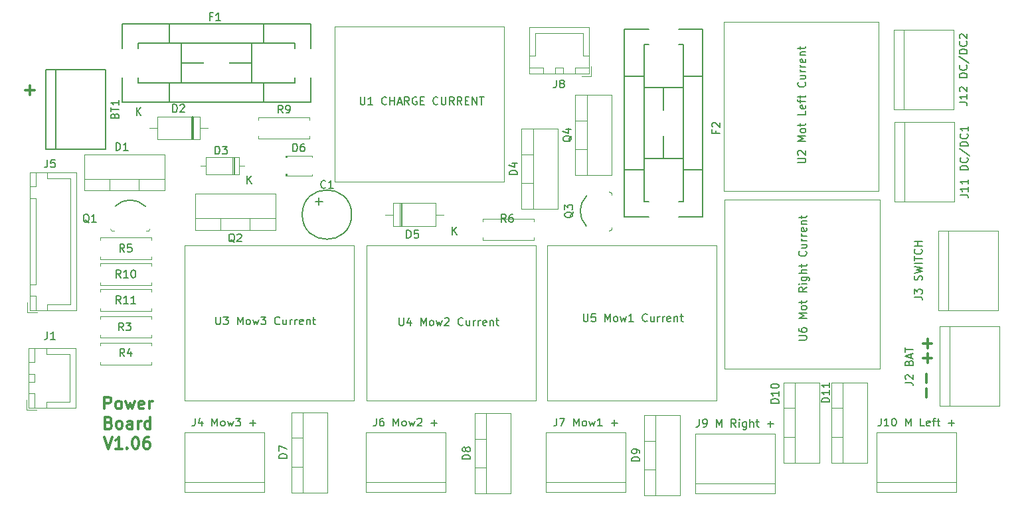
<source format=gto>
G04 #@! TF.GenerationSoftware,KiCad,Pcbnew,(5.1.9)-1*
G04 #@! TF.CreationDate,2021-07-22T19:31:00+02:00*
G04 #@! TF.ProjectId,charge_pcb,63686172-6765-45f7-9063-622e6b696361,rev?*
G04 #@! TF.SameCoordinates,Original*
G04 #@! TF.FileFunction,Legend,Top*
G04 #@! TF.FilePolarity,Positive*
%FSLAX46Y46*%
G04 Gerber Fmt 4.6, Leading zero omitted, Abs format (unit mm)*
G04 Created by KiCad (PCBNEW (5.1.9)-1) date 2021-07-22 19:31:00*
%MOMM*%
%LPD*%
G01*
G04 APERTURE LIST*
%ADD10C,0.300000*%
%ADD11C,0.120000*%
%ADD12C,0.150000*%
%ADD13C,0.100000*%
%ADD14O,2.200000X2.200000*%
%ADD15R,2.200000X2.200000*%
%ADD16O,2.000000X2.000000*%
%ADD17R,2.000000X2.000000*%
%ADD18C,3.000000*%
%ADD19R,3.000000X3.000000*%
%ADD20C,3.200000*%
%ADD21O,2.499360X4.000500*%
%ADD22O,2.000000X1.800000*%
%ADD23O,3.000000X3.000000*%
%ADD24R,2.000000X1.800000*%
%ADD25O,1.800000X2.000000*%
%ADD26R,1.800000X2.000000*%
%ADD27O,1.950000X1.700000*%
%ADD28O,2.000000X1.700000*%
%ADD29C,5.600000*%
%ADD30C,3.600000*%
%ADD31O,1.600000X1.600000*%
%ADD32C,1.600000*%
%ADD33O,1.905000X2.000000*%
%ADD34R,1.905000X2.000000*%
%ADD35O,2.000000X1.905000*%
%ADD36R,2.000000X1.905000*%
%ADD37O,1.700000X2.000000*%
%ADD38C,1.800000*%
%ADD39R,1.800000X1.800000*%
%ADD40R,1.500000X1.500000*%
%ADD41C,1.500000*%
%ADD42O,4.000500X2.499360*%
%ADD43R,1.600000X1.600000*%
%ADD44C,1.501140*%
%ADD45C,2.540000*%
%ADD46R,2.540000X2.540000*%
G04 APERTURE END LIST*
D10*
X200259142Y-111863000D02*
X200259142Y-110720142D01*
X200259142Y-110005857D02*
X200259142Y-108863000D01*
X200386142Y-107418000D02*
X200386142Y-106275142D01*
X200957571Y-106846571D02*
X199814714Y-106846571D01*
X200386142Y-105560857D02*
X200386142Y-104418000D01*
X200957571Y-104989428D02*
X199814714Y-104989428D01*
X85407571Y-72624142D02*
X86550428Y-72624142D01*
X85979000Y-73195571D02*
X85979000Y-72052714D01*
X95460714Y-113317571D02*
X95460714Y-111817571D01*
X96032142Y-111817571D01*
X96175000Y-111889000D01*
X96246428Y-111960428D01*
X96317857Y-112103285D01*
X96317857Y-112317571D01*
X96246428Y-112460428D01*
X96175000Y-112531857D01*
X96032142Y-112603285D01*
X95460714Y-112603285D01*
X97175000Y-113317571D02*
X97032142Y-113246142D01*
X96960714Y-113174714D01*
X96889285Y-113031857D01*
X96889285Y-112603285D01*
X96960714Y-112460428D01*
X97032142Y-112389000D01*
X97175000Y-112317571D01*
X97389285Y-112317571D01*
X97532142Y-112389000D01*
X97603571Y-112460428D01*
X97675000Y-112603285D01*
X97675000Y-113031857D01*
X97603571Y-113174714D01*
X97532142Y-113246142D01*
X97389285Y-113317571D01*
X97175000Y-113317571D01*
X98175000Y-112317571D02*
X98460714Y-113317571D01*
X98746428Y-112603285D01*
X99032142Y-113317571D01*
X99317857Y-112317571D01*
X100460714Y-113246142D02*
X100317857Y-113317571D01*
X100032142Y-113317571D01*
X99889285Y-113246142D01*
X99817857Y-113103285D01*
X99817857Y-112531857D01*
X99889285Y-112389000D01*
X100032142Y-112317571D01*
X100317857Y-112317571D01*
X100460714Y-112389000D01*
X100532142Y-112531857D01*
X100532142Y-112674714D01*
X99817857Y-112817571D01*
X101175000Y-113317571D02*
X101175000Y-112317571D01*
X101175000Y-112603285D02*
X101246428Y-112460428D01*
X101317857Y-112389000D01*
X101460714Y-112317571D01*
X101603571Y-112317571D01*
X96032142Y-115081857D02*
X96246428Y-115153285D01*
X96317857Y-115224714D01*
X96389285Y-115367571D01*
X96389285Y-115581857D01*
X96317857Y-115724714D01*
X96246428Y-115796142D01*
X96103571Y-115867571D01*
X95532142Y-115867571D01*
X95532142Y-114367571D01*
X96032142Y-114367571D01*
X96175000Y-114439000D01*
X96246428Y-114510428D01*
X96317857Y-114653285D01*
X96317857Y-114796142D01*
X96246428Y-114939000D01*
X96175000Y-115010428D01*
X96032142Y-115081857D01*
X95532142Y-115081857D01*
X97246428Y-115867571D02*
X97103571Y-115796142D01*
X97032142Y-115724714D01*
X96960714Y-115581857D01*
X96960714Y-115153285D01*
X97032142Y-115010428D01*
X97103571Y-114939000D01*
X97246428Y-114867571D01*
X97460714Y-114867571D01*
X97603571Y-114939000D01*
X97675000Y-115010428D01*
X97746428Y-115153285D01*
X97746428Y-115581857D01*
X97675000Y-115724714D01*
X97603571Y-115796142D01*
X97460714Y-115867571D01*
X97246428Y-115867571D01*
X99032142Y-115867571D02*
X99032142Y-115081857D01*
X98960714Y-114939000D01*
X98817857Y-114867571D01*
X98532142Y-114867571D01*
X98389285Y-114939000D01*
X99032142Y-115796142D02*
X98889285Y-115867571D01*
X98532142Y-115867571D01*
X98389285Y-115796142D01*
X98317857Y-115653285D01*
X98317857Y-115510428D01*
X98389285Y-115367571D01*
X98532142Y-115296142D01*
X98889285Y-115296142D01*
X99032142Y-115224714D01*
X99746428Y-115867571D02*
X99746428Y-114867571D01*
X99746428Y-115153285D02*
X99817857Y-115010428D01*
X99889285Y-114939000D01*
X100032142Y-114867571D01*
X100175000Y-114867571D01*
X101317857Y-115867571D02*
X101317857Y-114367571D01*
X101317857Y-115796142D02*
X101175000Y-115867571D01*
X100889285Y-115867571D01*
X100746428Y-115796142D01*
X100675000Y-115724714D01*
X100603571Y-115581857D01*
X100603571Y-115153285D01*
X100675000Y-115010428D01*
X100746428Y-114939000D01*
X100889285Y-114867571D01*
X101175000Y-114867571D01*
X101317857Y-114939000D01*
X95425000Y-116917571D02*
X95925000Y-118417571D01*
X96425000Y-116917571D01*
X97710714Y-118417571D02*
X96853571Y-118417571D01*
X97282142Y-118417571D02*
X97282142Y-116917571D01*
X97139285Y-117131857D01*
X96996428Y-117274714D01*
X96853571Y-117346142D01*
X98353571Y-118274714D02*
X98425000Y-118346142D01*
X98353571Y-118417571D01*
X98282142Y-118346142D01*
X98353571Y-118274714D01*
X98353571Y-118417571D01*
X99353571Y-116917571D02*
X99496428Y-116917571D01*
X99639285Y-116989000D01*
X99710714Y-117060428D01*
X99782142Y-117203285D01*
X99853571Y-117489000D01*
X99853571Y-117846142D01*
X99782142Y-118131857D01*
X99710714Y-118274714D01*
X99639285Y-118346142D01*
X99496428Y-118417571D01*
X99353571Y-118417571D01*
X99210714Y-118346142D01*
X99139285Y-118274714D01*
X99067857Y-118131857D01*
X98996428Y-117846142D01*
X98996428Y-117489000D01*
X99067857Y-117203285D01*
X99139285Y-117060428D01*
X99210714Y-116989000D01*
X99353571Y-116917571D01*
X101139285Y-116917571D02*
X100853571Y-116917571D01*
X100710714Y-116989000D01*
X100639285Y-117060428D01*
X100496428Y-117274714D01*
X100425000Y-117560428D01*
X100425000Y-118131857D01*
X100496428Y-118274714D01*
X100567857Y-118346142D01*
X100710714Y-118417571D01*
X100996428Y-118417571D01*
X101139285Y-118346142D01*
X101210714Y-118274714D01*
X101282142Y-118131857D01*
X101282142Y-117774714D01*
X101210714Y-117631857D01*
X101139285Y-117560428D01*
X100996428Y-117489000D01*
X100710714Y-117489000D01*
X100567857Y-117560428D01*
X100496428Y-117631857D01*
X100425000Y-117774714D01*
D11*
X133385000Y-89989000D02*
X133385000Y-87049000D01*
X133145000Y-89989000D02*
X133145000Y-87049000D01*
X133271000Y-89989000D02*
X133271000Y-87049000D01*
X131261000Y-88519000D02*
X132281000Y-88519000D01*
X138741000Y-88519000D02*
X137721000Y-88519000D01*
X132281000Y-89989000D02*
X137721000Y-89989000D01*
X132281000Y-87049000D02*
X132281000Y-89989000D01*
X137721000Y-87049000D02*
X132281000Y-87049000D01*
X137721000Y-89989000D02*
X137721000Y-87049000D01*
D10*
X106680000Y-78820000D02*
X106680000Y-76120000D01*
D11*
X108642000Y-77470000D02*
X107622000Y-77470000D01*
X101162000Y-77470000D02*
X102182000Y-77470000D01*
X107622000Y-76000000D02*
X102182000Y-76000000D01*
X107622000Y-78940000D02*
X107622000Y-76000000D01*
X102182000Y-78940000D02*
X107622000Y-78940000D01*
X102182000Y-76000000D02*
X102182000Y-78940000D01*
X148622000Y-80826000D02*
X150132000Y-80826000D01*
X148622000Y-84527000D02*
X150132000Y-84527000D01*
X150132000Y-87797000D02*
X150132000Y-77557000D01*
X148622000Y-77557000D02*
X153263000Y-77557000D01*
X148622000Y-87797000D02*
X153263000Y-87797000D01*
X153263000Y-87797000D02*
X153263000Y-77557000D01*
X148622000Y-87797000D02*
X148622000Y-77557000D01*
X105664000Y-123952000D02*
X115824000Y-123952000D01*
X105664000Y-116332000D02*
X105664000Y-123952000D01*
X115824000Y-116332000D02*
X105664000Y-116332000D01*
X115824000Y-123952000D02*
X115824000Y-116332000D01*
X115824000Y-122682000D02*
X105664000Y-122682000D01*
D12*
X171752260Y-64836040D02*
X168650920Y-64836040D01*
X171752260Y-88833960D02*
X171752260Y-64836040D01*
X161749740Y-88833960D02*
X164851080Y-88833960D01*
X161749740Y-64836040D02*
X161749740Y-88833960D01*
X164851080Y-64836040D02*
X161749740Y-64836040D01*
X168650920Y-88833960D02*
X171752260Y-88833960D01*
X169250360Y-66835020D02*
X168650920Y-66835020D01*
X169250360Y-86834980D02*
X169250360Y-66835020D01*
X164251640Y-86834980D02*
X164851080Y-86834980D01*
X164251640Y-66835020D02*
X164251640Y-86834980D01*
X164851080Y-66835020D02*
X164251640Y-66835020D01*
X168650920Y-86834980D02*
X169250360Y-86834980D01*
X169250360Y-81335880D02*
X164251640Y-81335880D01*
X169250360Y-72334120D02*
X164251640Y-72334120D01*
X166751000Y-72334120D02*
X166751000Y-81335880D01*
X171752260Y-82834480D02*
X169250360Y-82834480D01*
X161749740Y-82834480D02*
X164251640Y-82834480D01*
X161749740Y-70835520D02*
X164251640Y-70835520D01*
X169250360Y-70835520D02*
X171752260Y-70835520D01*
D11*
X182023000Y-113211000D02*
X183533000Y-113211000D01*
X182023000Y-116912000D02*
X183533000Y-116912000D01*
X183533000Y-120182000D02*
X183533000Y-109942000D01*
X182023000Y-109942000D02*
X186664000Y-109942000D01*
X182023000Y-120182000D02*
X186664000Y-120182000D01*
X186664000Y-120182000D02*
X186664000Y-109942000D01*
X182023000Y-120182000D02*
X182023000Y-109942000D01*
X164243000Y-117402000D02*
X165753000Y-117402000D01*
X164243000Y-121103000D02*
X165753000Y-121103000D01*
X165753000Y-124373000D02*
X165753000Y-114133000D01*
X164243000Y-114133000D02*
X168884000Y-114133000D01*
X164243000Y-124373000D02*
X168884000Y-124373000D01*
X168884000Y-124373000D02*
X168884000Y-114133000D01*
X164243000Y-124373000D02*
X164243000Y-114133000D01*
X142653000Y-117148000D02*
X144163000Y-117148000D01*
X142653000Y-120849000D02*
X144163000Y-120849000D01*
X144163000Y-124119000D02*
X144163000Y-113879000D01*
X142653000Y-113879000D02*
X147294000Y-113879000D01*
X142653000Y-124119000D02*
X147294000Y-124119000D01*
X147294000Y-124119000D02*
X147294000Y-113879000D01*
X142653000Y-124119000D02*
X142653000Y-113879000D01*
X119285000Y-117021000D02*
X120795000Y-117021000D01*
X119285000Y-120722000D02*
X120795000Y-120722000D01*
X120795000Y-123992000D02*
X120795000Y-113752000D01*
X119285000Y-113752000D02*
X123926000Y-113752000D01*
X119285000Y-123992000D02*
X123926000Y-123992000D01*
X123926000Y-123992000D02*
X123926000Y-113752000D01*
X119285000Y-123992000D02*
X119285000Y-113752000D01*
X194310000Y-108199000D02*
X193770000Y-108199000D01*
X194310000Y-86619000D02*
X193770000Y-86619000D01*
X180943334Y-86619000D02*
X174530000Y-86619000D01*
X187356666Y-86619000D02*
X180943334Y-86619000D01*
X193770000Y-86619000D02*
X187356666Y-86619000D01*
X194310000Y-108199000D02*
X194310000Y-86619000D01*
X174530000Y-108199000D02*
X193770000Y-108199000D01*
X174530000Y-86619000D02*
X174530000Y-108199000D01*
X151897000Y-112268000D02*
X151897000Y-111728000D01*
X173477000Y-112268000D02*
X173477000Y-111728000D01*
X173477000Y-98901334D02*
X173477000Y-92488000D01*
X173477000Y-105314666D02*
X173477000Y-98901334D01*
X173477000Y-111728000D02*
X173477000Y-105314666D01*
X151897000Y-112268000D02*
X173477000Y-112268000D01*
X151897000Y-92488000D02*
X151897000Y-111728000D01*
X173477000Y-92488000D02*
X151897000Y-92488000D01*
X128910000Y-112268000D02*
X128910000Y-111728000D01*
X150490000Y-112268000D02*
X150490000Y-111728000D01*
X150490000Y-98901334D02*
X150490000Y-92488000D01*
X150490000Y-105314666D02*
X150490000Y-98901334D01*
X150490000Y-111728000D02*
X150490000Y-105314666D01*
X128910000Y-112268000D02*
X150490000Y-112268000D01*
X128910000Y-92488000D02*
X128910000Y-111728000D01*
X150490000Y-92488000D02*
X128910000Y-92488000D01*
X105669000Y-112268000D02*
X105669000Y-111728000D01*
X127249000Y-112268000D02*
X127249000Y-111728000D01*
X127249000Y-98901334D02*
X127249000Y-92488000D01*
X127249000Y-105314666D02*
X127249000Y-98901334D01*
X127249000Y-111728000D02*
X127249000Y-105314666D01*
X105669000Y-112268000D02*
X127249000Y-112268000D01*
X105669000Y-92488000D02*
X105669000Y-111728000D01*
X127249000Y-92488000D02*
X105669000Y-92488000D01*
X194183000Y-85466000D02*
X193643000Y-85466000D01*
X194183000Y-63886000D02*
X193643000Y-63886000D01*
X180816334Y-63886000D02*
X174403000Y-63886000D01*
X187229666Y-63886000D02*
X180816334Y-63886000D01*
X193643000Y-63886000D02*
X187229666Y-63886000D01*
X194183000Y-85466000D02*
X194183000Y-63886000D01*
X174403000Y-85466000D02*
X193643000Y-85466000D01*
X174403000Y-63886000D02*
X174403000Y-85466000D01*
X196113000Y-64897000D02*
X196113000Y-75057000D01*
X203733000Y-64897000D02*
X196113000Y-64897000D01*
X203733000Y-75057000D02*
X203733000Y-64897000D01*
X196113000Y-75057000D02*
X203733000Y-75057000D01*
X197383000Y-75057000D02*
X197383000Y-64897000D01*
X196215000Y-76708000D02*
X196215000Y-86868000D01*
X203835000Y-76708000D02*
X196215000Y-76708000D01*
X203835000Y-86868000D02*
X203835000Y-76708000D01*
X196215000Y-86868000D02*
X203835000Y-86868000D01*
X197485000Y-86868000D02*
X197485000Y-76708000D01*
X193929000Y-123952000D02*
X204089000Y-123952000D01*
X193929000Y-116332000D02*
X193929000Y-123952000D01*
X204089000Y-116332000D02*
X193929000Y-116332000D01*
X204089000Y-123952000D02*
X204089000Y-116332000D01*
X204089000Y-122682000D02*
X193929000Y-122682000D01*
X170815000Y-124079000D02*
X180975000Y-124079000D01*
X170815000Y-116459000D02*
X170815000Y-124079000D01*
X180975000Y-116459000D02*
X170815000Y-116459000D01*
X180975000Y-124079000D02*
X180975000Y-116459000D01*
X180975000Y-122809000D02*
X170815000Y-122809000D01*
X151765000Y-123952000D02*
X161925000Y-123952000D01*
X151765000Y-116332000D02*
X151765000Y-123952000D01*
X161925000Y-116332000D02*
X151765000Y-116332000D01*
X161925000Y-123952000D02*
X161925000Y-116332000D01*
X161925000Y-122682000D02*
X151765000Y-122682000D01*
X128778000Y-123952000D02*
X138938000Y-123952000D01*
X128778000Y-116332000D02*
X128778000Y-123952000D01*
X138938000Y-116332000D02*
X128778000Y-116332000D01*
X138938000Y-123952000D02*
X138938000Y-116332000D01*
X138938000Y-122682000D02*
X128778000Y-122682000D01*
X85642000Y-101021000D02*
X86892000Y-101021000D01*
X85642000Y-99771000D02*
X85642000Y-101021000D01*
X91142000Y-83871000D02*
X91142000Y-91921000D01*
X88192000Y-83871000D02*
X91142000Y-83871000D01*
X88192000Y-83121000D02*
X88192000Y-83871000D01*
X91142000Y-99971000D02*
X91142000Y-91921000D01*
X88192000Y-99971000D02*
X91142000Y-99971000D01*
X88192000Y-100721000D02*
X88192000Y-99971000D01*
X85942000Y-83121000D02*
X85942000Y-84921000D01*
X86692000Y-83121000D02*
X85942000Y-83121000D01*
X86692000Y-84921000D02*
X86692000Y-83121000D01*
X85942000Y-84921000D02*
X86692000Y-84921000D01*
X85942000Y-98921000D02*
X85942000Y-100721000D01*
X86692000Y-98921000D02*
X85942000Y-98921000D01*
X86692000Y-100721000D02*
X86692000Y-98921000D01*
X85942000Y-100721000D02*
X86692000Y-100721000D01*
X85942000Y-86421000D02*
X85942000Y-97421000D01*
X86692000Y-86421000D02*
X85942000Y-86421000D01*
X86692000Y-97421000D02*
X86692000Y-86421000D01*
X85942000Y-97421000D02*
X86692000Y-97421000D01*
X85932000Y-83111000D02*
X85932000Y-100731000D01*
X91902000Y-83111000D02*
X85932000Y-83111000D01*
X91902000Y-100731000D02*
X91902000Y-83111000D01*
X85932000Y-100731000D02*
X91902000Y-100731000D01*
X85515000Y-113467000D02*
X86765000Y-113467000D01*
X85515000Y-112217000D02*
X85515000Y-113467000D01*
X91015000Y-106317000D02*
X91015000Y-109367000D01*
X88065000Y-106317000D02*
X91015000Y-106317000D01*
X88065000Y-105567000D02*
X88065000Y-106317000D01*
X91015000Y-112417000D02*
X91015000Y-109367000D01*
X88065000Y-112417000D02*
X91015000Y-112417000D01*
X88065000Y-113167000D02*
X88065000Y-112417000D01*
X85815000Y-105567000D02*
X85815000Y-107367000D01*
X86565000Y-105567000D02*
X85815000Y-105567000D01*
X86565000Y-107367000D02*
X86565000Y-105567000D01*
X85815000Y-107367000D02*
X86565000Y-107367000D01*
X85815000Y-111367000D02*
X85815000Y-113167000D01*
X86565000Y-111367000D02*
X85815000Y-111367000D01*
X86565000Y-113167000D02*
X86565000Y-111367000D01*
X85815000Y-113167000D02*
X86565000Y-113167000D01*
X85815000Y-108867000D02*
X85815000Y-109867000D01*
X86565000Y-108867000D02*
X85815000Y-108867000D01*
X86565000Y-109867000D02*
X86565000Y-108867000D01*
X85815000Y-109867000D02*
X86565000Y-109867000D01*
X85805000Y-105557000D02*
X85805000Y-113177000D01*
X91775000Y-105557000D02*
X85805000Y-105557000D01*
X91775000Y-113177000D02*
X91775000Y-105557000D01*
X85805000Y-113177000D02*
X91775000Y-113177000D01*
X188119000Y-113211000D02*
X189629000Y-113211000D01*
X188119000Y-116912000D02*
X189629000Y-116912000D01*
X189629000Y-120182000D02*
X189629000Y-109942000D01*
X188119000Y-109942000D02*
X192760000Y-109942000D01*
X188119000Y-120182000D02*
X192760000Y-120182000D01*
X192760000Y-120182000D02*
X192760000Y-109942000D01*
X188119000Y-120182000D02*
X188119000Y-109942000D01*
X124846000Y-84321400D02*
X146426000Y-84321400D01*
X146426000Y-84321400D02*
X146426000Y-65081400D01*
X146426000Y-64541400D02*
X124846000Y-64541400D01*
X124846000Y-65081400D02*
X124846000Y-71494734D01*
X124846000Y-71494734D02*
X124846000Y-77908066D01*
X124846000Y-77908066D02*
X124846000Y-84321400D01*
X124846000Y-64541400D02*
X124846000Y-65081400D01*
X146426000Y-64541400D02*
X146426000Y-65081400D01*
X101441000Y-100811000D02*
X101441000Y-100481000D01*
X94901000Y-100811000D02*
X101441000Y-100811000D01*
X94901000Y-100481000D02*
X94901000Y-100811000D01*
X101441000Y-98071000D02*
X101441000Y-98401000D01*
X94901000Y-98071000D02*
X101441000Y-98071000D01*
X94901000Y-98401000D02*
X94901000Y-98071000D01*
X201803000Y-90551000D02*
X201803000Y-100711000D01*
X209423000Y-90551000D02*
X201803000Y-90551000D01*
X209423000Y-100711000D02*
X209423000Y-90551000D01*
X201803000Y-100711000D02*
X209423000Y-100711000D01*
X203073000Y-100711000D02*
X203073000Y-90551000D01*
X201930000Y-102743000D02*
X201930000Y-112903000D01*
X209550000Y-102743000D02*
X201930000Y-102743000D01*
X209550000Y-112903000D02*
X209550000Y-102743000D01*
X201930000Y-112903000D02*
X209550000Y-112903000D01*
X203200000Y-112903000D02*
X203200000Y-102743000D01*
X110290000Y-90519000D02*
X110290000Y-89009000D01*
X113991000Y-90519000D02*
X113991000Y-89009000D01*
X117261000Y-89009000D02*
X107021000Y-89009000D01*
X107021000Y-90519000D02*
X107021000Y-85878000D01*
X117261000Y-90519000D02*
X117261000Y-85878000D01*
X117261000Y-85878000D02*
X107021000Y-85878000D01*
X117261000Y-90519000D02*
X107021000Y-90519000D01*
X155480000Y-83479000D02*
X155480000Y-73239000D01*
X160121000Y-83479000D02*
X160121000Y-73239000D01*
X155480000Y-83479000D02*
X160121000Y-83479000D01*
X155480000Y-73239000D02*
X160121000Y-73239000D01*
X156990000Y-83479000D02*
X156990000Y-73239000D01*
X155480000Y-80209000D02*
X156990000Y-80209000D01*
X155480000Y-76508000D02*
X156990000Y-76508000D01*
X94901000Y-95099000D02*
X94901000Y-94769000D01*
X94901000Y-94769000D02*
X101441000Y-94769000D01*
X101441000Y-94769000D02*
X101441000Y-95099000D01*
X94901000Y-97179000D02*
X94901000Y-97509000D01*
X94901000Y-97509000D02*
X101441000Y-97509000D01*
X101441000Y-97509000D02*
X101441000Y-97179000D01*
X157246000Y-70532000D02*
X157246000Y-64562000D01*
X157246000Y-64562000D02*
X149626000Y-64562000D01*
X149626000Y-64562000D02*
X149626000Y-70532000D01*
X149626000Y-70532000D02*
X157246000Y-70532000D01*
X153936000Y-70522000D02*
X153936000Y-69772000D01*
X153936000Y-69772000D02*
X152936000Y-69772000D01*
X152936000Y-69772000D02*
X152936000Y-70522000D01*
X152936000Y-70522000D02*
X153936000Y-70522000D01*
X157236000Y-70522000D02*
X157236000Y-69772000D01*
X157236000Y-69772000D02*
X155436000Y-69772000D01*
X155436000Y-69772000D02*
X155436000Y-70522000D01*
X155436000Y-70522000D02*
X157236000Y-70522000D01*
X151436000Y-70522000D02*
X151436000Y-69772000D01*
X151436000Y-69772000D02*
X149636000Y-69772000D01*
X149636000Y-69772000D02*
X149636000Y-70522000D01*
X149636000Y-70522000D02*
X151436000Y-70522000D01*
X157236000Y-68272000D02*
X156486000Y-68272000D01*
X156486000Y-68272000D02*
X156486000Y-65322000D01*
X156486000Y-65322000D02*
X153436000Y-65322000D01*
X149636000Y-68272000D02*
X150386000Y-68272000D01*
X150386000Y-68272000D02*
X150386000Y-65322000D01*
X150386000Y-65322000D02*
X153436000Y-65322000D01*
X156286000Y-70822000D02*
X157536000Y-70822000D01*
X157536000Y-70822000D02*
X157536000Y-69572000D01*
X118519000Y-81007000D02*
X121939000Y-81007000D01*
X118519000Y-83527000D02*
X121939000Y-83527000D01*
X118519000Y-81007000D02*
X118519000Y-81187000D01*
X118519000Y-83347000D02*
X118519000Y-83527000D01*
X121939000Y-81007000D02*
X121939000Y-81172000D01*
X121939000Y-83362000D02*
X121939000Y-83527000D01*
X118639000Y-81007000D02*
X118639000Y-81187000D01*
X118639000Y-83347000D02*
X118639000Y-83527000D01*
X118759000Y-81007000D02*
X118759000Y-81187000D01*
X118759000Y-83347000D02*
X118759000Y-83527000D01*
X115094000Y-76430000D02*
X115094000Y-76100000D01*
X115094000Y-76100000D02*
X121634000Y-76100000D01*
X121634000Y-76100000D02*
X121634000Y-76430000D01*
X115094000Y-78510000D02*
X115094000Y-78840000D01*
X115094000Y-78840000D02*
X121634000Y-78840000D01*
X121634000Y-78840000D02*
X121634000Y-78510000D01*
X150209000Y-91794000D02*
X150209000Y-91464000D01*
X143669000Y-91794000D02*
X150209000Y-91794000D01*
X143669000Y-91464000D02*
X143669000Y-91794000D01*
X150209000Y-89054000D02*
X150209000Y-89384000D01*
X143669000Y-89054000D02*
X150209000Y-89054000D01*
X143669000Y-89384000D02*
X143669000Y-89054000D01*
X101441000Y-94207000D02*
X101441000Y-93877000D01*
X94901000Y-94207000D02*
X101441000Y-94207000D01*
X94901000Y-93877000D02*
X94901000Y-94207000D01*
X101441000Y-91467000D02*
X101441000Y-91797000D01*
X94901000Y-91467000D02*
X101441000Y-91467000D01*
X94901000Y-91797000D02*
X94901000Y-91467000D01*
X94901000Y-104929000D02*
X94901000Y-105259000D01*
X101441000Y-104929000D02*
X94901000Y-104929000D01*
X101441000Y-105259000D02*
X101441000Y-104929000D01*
X94901000Y-107669000D02*
X94901000Y-107339000D01*
X101441000Y-107669000D02*
X94901000Y-107669000D01*
X101441000Y-107339000D02*
X101441000Y-107669000D01*
X94901000Y-101500000D02*
X94901000Y-101830000D01*
X101441000Y-101500000D02*
X94901000Y-101500000D01*
X101441000Y-101830000D02*
X101441000Y-101500000D01*
X94901000Y-104240000D02*
X94901000Y-103910000D01*
X101441000Y-104240000D02*
X94901000Y-104240000D01*
X101441000Y-103910000D02*
X101441000Y-104240000D01*
D13*
X160096000Y-90428000D02*
X159796000Y-90578000D01*
X160096000Y-90128000D02*
X160096000Y-90428000D01*
X160096000Y-85728000D02*
X160096000Y-86028000D01*
X160096000Y-85728000D02*
X159796000Y-85578000D01*
D12*
X156946000Y-86128000D02*
G75*
G03*
X156896000Y-89978000I1900000J-1950000D01*
G01*
D13*
X96389000Y-90627000D02*
X96239000Y-90327000D01*
X96689000Y-90627000D02*
X96389000Y-90627000D01*
X101089000Y-90627000D02*
X100789000Y-90627000D01*
X101089000Y-90627000D02*
X101239000Y-90327000D01*
D12*
X100689000Y-87477000D02*
G75*
G03*
X96839000Y-87427000I-1950000J-1900000D01*
G01*
X97750040Y-64165740D02*
X97750040Y-67267080D01*
X121747960Y-64165740D02*
X97750040Y-64165740D01*
X121747960Y-74168260D02*
X121747960Y-71066920D01*
X97750040Y-74168260D02*
X121747960Y-74168260D01*
X97750040Y-71066920D02*
X97750040Y-74168260D01*
X121747960Y-67267080D02*
X121747960Y-64165740D01*
X99749020Y-66667640D02*
X99749020Y-67267080D01*
X119748980Y-66667640D02*
X99749020Y-66667640D01*
X119748980Y-71666360D02*
X119748980Y-71066920D01*
X99749020Y-71666360D02*
X119748980Y-71666360D01*
X99749020Y-71066920D02*
X99749020Y-71666360D01*
X119748980Y-67267080D02*
X119748980Y-66667640D01*
X114249880Y-66667640D02*
X114249880Y-71666360D01*
X105248120Y-66667640D02*
X105248120Y-71666360D01*
X105248120Y-69167000D02*
X114249880Y-69167000D01*
X115748480Y-64165740D02*
X115748480Y-66667640D01*
X115748480Y-74168260D02*
X115748480Y-71666360D01*
X103749520Y-74168260D02*
X103749520Y-71666360D01*
X103749520Y-66667640D02*
X103749520Y-64165740D01*
D11*
X112029000Y-83427000D02*
X112029000Y-81187000D01*
X111789000Y-83427000D02*
X111789000Y-81187000D01*
X111909000Y-83427000D02*
X111909000Y-81187000D01*
X107739000Y-82307000D02*
X108389000Y-82307000D01*
X113279000Y-82307000D02*
X112629000Y-82307000D01*
X108389000Y-83427000D02*
X112629000Y-83427000D01*
X108389000Y-81187000D02*
X108389000Y-83427000D01*
X112629000Y-81187000D02*
X108389000Y-81187000D01*
X112629000Y-83427000D02*
X112629000Y-81187000D01*
X96148000Y-85457000D02*
X96148000Y-83947000D01*
X99849000Y-85457000D02*
X99849000Y-83947000D01*
X103119000Y-83947000D02*
X92879000Y-83947000D01*
X92879000Y-85457000D02*
X92879000Y-80816000D01*
X103119000Y-85457000D02*
X103119000Y-80816000D01*
X103119000Y-80816000D02*
X92879000Y-80816000D01*
X103119000Y-85457000D02*
X92879000Y-85457000D01*
D12*
X126974600Y-88519000D02*
G75*
G03*
X126974600Y-88519000I-3149600J0D01*
G01*
X122323860Y-86819740D02*
X123324620Y-86819740D01*
X122824240Y-86319360D02*
X122824240Y-87320120D01*
X87959000Y-70027000D02*
X87959000Y-80187000D01*
X95579000Y-70027000D02*
X87959000Y-70027000D01*
X95579000Y-80187000D02*
X95579000Y-70027000D01*
X87959000Y-80187000D02*
X95579000Y-80187000D01*
X89229000Y-80187000D02*
X89229000Y-70027000D01*
X133992904Y-91511380D02*
X133992904Y-90511380D01*
X134231000Y-90511380D01*
X134373857Y-90559000D01*
X134469095Y-90654238D01*
X134516714Y-90749476D01*
X134564333Y-90939952D01*
X134564333Y-91082809D01*
X134516714Y-91273285D01*
X134469095Y-91368523D01*
X134373857Y-91463761D01*
X134231000Y-91511380D01*
X133992904Y-91511380D01*
X135469095Y-90511380D02*
X134992904Y-90511380D01*
X134945285Y-90987571D01*
X134992904Y-90939952D01*
X135088142Y-90892333D01*
X135326238Y-90892333D01*
X135421476Y-90939952D01*
X135469095Y-90987571D01*
X135516714Y-91082809D01*
X135516714Y-91320904D01*
X135469095Y-91416142D01*
X135421476Y-91463761D01*
X135326238Y-91511380D01*
X135088142Y-91511380D01*
X134992904Y-91463761D01*
X134945285Y-91416142D01*
X139819095Y-91071380D02*
X139819095Y-90071380D01*
X140390523Y-91071380D02*
X139961952Y-90499952D01*
X140390523Y-90071380D02*
X139819095Y-90642809D01*
X104163904Y-75452380D02*
X104163904Y-74452380D01*
X104402000Y-74452380D01*
X104544857Y-74500000D01*
X104640095Y-74595238D01*
X104687714Y-74690476D01*
X104735333Y-74880952D01*
X104735333Y-75023809D01*
X104687714Y-75214285D01*
X104640095Y-75309523D01*
X104544857Y-75404761D01*
X104402000Y-75452380D01*
X104163904Y-75452380D01*
X105116285Y-74547619D02*
X105163904Y-74500000D01*
X105259142Y-74452380D01*
X105497238Y-74452380D01*
X105592476Y-74500000D01*
X105640095Y-74547619D01*
X105687714Y-74642857D01*
X105687714Y-74738095D01*
X105640095Y-74880952D01*
X105068666Y-75452380D01*
X105687714Y-75452380D01*
X99560095Y-75822380D02*
X99560095Y-74822380D01*
X100131523Y-75822380D02*
X99702952Y-75250952D01*
X100131523Y-74822380D02*
X99560095Y-75393809D01*
X148074380Y-83415095D02*
X147074380Y-83415095D01*
X147074380Y-83177000D01*
X147122000Y-83034142D01*
X147217238Y-82938904D01*
X147312476Y-82891285D01*
X147502952Y-82843666D01*
X147645809Y-82843666D01*
X147836285Y-82891285D01*
X147931523Y-82938904D01*
X148026761Y-83034142D01*
X148074380Y-83177000D01*
X148074380Y-83415095D01*
X147407714Y-81986523D02*
X148074380Y-81986523D01*
X147026761Y-82224619D02*
X147741047Y-82462714D01*
X147741047Y-81843666D01*
X107005904Y-114514380D02*
X107005904Y-115228666D01*
X106958285Y-115371523D01*
X106863047Y-115466761D01*
X106720190Y-115514380D01*
X106624952Y-115514380D01*
X107910666Y-114847714D02*
X107910666Y-115514380D01*
X107672571Y-114466761D02*
X107434476Y-115181047D01*
X108053523Y-115181047D01*
X109196380Y-115514380D02*
X109196380Y-114514380D01*
X109529714Y-115228666D01*
X109863047Y-114514380D01*
X109863047Y-115514380D01*
X110482095Y-115514380D02*
X110386857Y-115466761D01*
X110339238Y-115419142D01*
X110291619Y-115323904D01*
X110291619Y-115038190D01*
X110339238Y-114942952D01*
X110386857Y-114895333D01*
X110482095Y-114847714D01*
X110624952Y-114847714D01*
X110720190Y-114895333D01*
X110767809Y-114942952D01*
X110815428Y-115038190D01*
X110815428Y-115323904D01*
X110767809Y-115419142D01*
X110720190Y-115466761D01*
X110624952Y-115514380D01*
X110482095Y-115514380D01*
X111148761Y-114847714D02*
X111339238Y-115514380D01*
X111529714Y-115038190D01*
X111720190Y-115514380D01*
X111910666Y-114847714D01*
X112196380Y-114514380D02*
X112815428Y-114514380D01*
X112482095Y-114895333D01*
X112624952Y-114895333D01*
X112720190Y-114942952D01*
X112767809Y-114990571D01*
X112815428Y-115085809D01*
X112815428Y-115323904D01*
X112767809Y-115419142D01*
X112720190Y-115466761D01*
X112624952Y-115514380D01*
X112339238Y-115514380D01*
X112244000Y-115466761D01*
X112196380Y-115419142D01*
X114005904Y-115133428D02*
X114767809Y-115133428D01*
X114386857Y-115514380D02*
X114386857Y-114752476D01*
X173410571Y-77803333D02*
X173410571Y-78136666D01*
X173934380Y-78136666D02*
X172934380Y-78136666D01*
X172934380Y-77660476D01*
X173029619Y-77327142D02*
X172982000Y-77279523D01*
X172934380Y-77184285D01*
X172934380Y-76946190D01*
X172982000Y-76850952D01*
X173029619Y-76803333D01*
X173124857Y-76755714D01*
X173220095Y-76755714D01*
X173362952Y-76803333D01*
X173934380Y-77374761D01*
X173934380Y-76755714D01*
X181427380Y-112593285D02*
X180427380Y-112593285D01*
X180427380Y-112355190D01*
X180475000Y-112212333D01*
X180570238Y-112117095D01*
X180665476Y-112069476D01*
X180855952Y-112021857D01*
X180998809Y-112021857D01*
X181189285Y-112069476D01*
X181284523Y-112117095D01*
X181379761Y-112212333D01*
X181427380Y-112355190D01*
X181427380Y-112593285D01*
X181427380Y-111069476D02*
X181427380Y-111640904D01*
X181427380Y-111355190D02*
X180427380Y-111355190D01*
X180570238Y-111450428D01*
X180665476Y-111545666D01*
X180713095Y-111640904D01*
X180427380Y-110450428D02*
X180427380Y-110355190D01*
X180475000Y-110259952D01*
X180522619Y-110212333D01*
X180617857Y-110164714D01*
X180808333Y-110117095D01*
X181046428Y-110117095D01*
X181236904Y-110164714D01*
X181332142Y-110212333D01*
X181379761Y-110259952D01*
X181427380Y-110355190D01*
X181427380Y-110450428D01*
X181379761Y-110545666D01*
X181332142Y-110593285D01*
X181236904Y-110640904D01*
X181046428Y-110688523D01*
X180808333Y-110688523D01*
X180617857Y-110640904D01*
X180522619Y-110593285D01*
X180475000Y-110545666D01*
X180427380Y-110450428D01*
X163695380Y-119991095D02*
X162695380Y-119991095D01*
X162695380Y-119753000D01*
X162743000Y-119610142D01*
X162838238Y-119514904D01*
X162933476Y-119467285D01*
X163123952Y-119419666D01*
X163266809Y-119419666D01*
X163457285Y-119467285D01*
X163552523Y-119514904D01*
X163647761Y-119610142D01*
X163695380Y-119753000D01*
X163695380Y-119991095D01*
X163695380Y-118943476D02*
X163695380Y-118753000D01*
X163647761Y-118657761D01*
X163600142Y-118610142D01*
X163457285Y-118514904D01*
X163266809Y-118467285D01*
X162885857Y-118467285D01*
X162790619Y-118514904D01*
X162743000Y-118562523D01*
X162695380Y-118657761D01*
X162695380Y-118848238D01*
X162743000Y-118943476D01*
X162790619Y-118991095D01*
X162885857Y-119038714D01*
X163123952Y-119038714D01*
X163219190Y-118991095D01*
X163266809Y-118943476D01*
X163314428Y-118848238D01*
X163314428Y-118657761D01*
X163266809Y-118562523D01*
X163219190Y-118514904D01*
X163123952Y-118467285D01*
X142105380Y-119737095D02*
X141105380Y-119737095D01*
X141105380Y-119499000D01*
X141153000Y-119356142D01*
X141248238Y-119260904D01*
X141343476Y-119213285D01*
X141533952Y-119165666D01*
X141676809Y-119165666D01*
X141867285Y-119213285D01*
X141962523Y-119260904D01*
X142057761Y-119356142D01*
X142105380Y-119499000D01*
X142105380Y-119737095D01*
X141533952Y-118594238D02*
X141486333Y-118689476D01*
X141438714Y-118737095D01*
X141343476Y-118784714D01*
X141295857Y-118784714D01*
X141200619Y-118737095D01*
X141153000Y-118689476D01*
X141105380Y-118594238D01*
X141105380Y-118403761D01*
X141153000Y-118308523D01*
X141200619Y-118260904D01*
X141295857Y-118213285D01*
X141343476Y-118213285D01*
X141438714Y-118260904D01*
X141486333Y-118308523D01*
X141533952Y-118403761D01*
X141533952Y-118594238D01*
X141581571Y-118689476D01*
X141629190Y-118737095D01*
X141724428Y-118784714D01*
X141914904Y-118784714D01*
X142010142Y-118737095D01*
X142057761Y-118689476D01*
X142105380Y-118594238D01*
X142105380Y-118403761D01*
X142057761Y-118308523D01*
X142010142Y-118260904D01*
X141914904Y-118213285D01*
X141724428Y-118213285D01*
X141629190Y-118260904D01*
X141581571Y-118308523D01*
X141533952Y-118403761D01*
X118737380Y-119610095D02*
X117737380Y-119610095D01*
X117737380Y-119372000D01*
X117785000Y-119229142D01*
X117880238Y-119133904D01*
X117975476Y-119086285D01*
X118165952Y-119038666D01*
X118308809Y-119038666D01*
X118499285Y-119086285D01*
X118594523Y-119133904D01*
X118689761Y-119229142D01*
X118737380Y-119372000D01*
X118737380Y-119610095D01*
X117737380Y-118705333D02*
X117737380Y-118038666D01*
X118737380Y-118467238D01*
X183983380Y-104527952D02*
X184792904Y-104527952D01*
X184888142Y-104480333D01*
X184935761Y-104432714D01*
X184983380Y-104337476D01*
X184983380Y-104147000D01*
X184935761Y-104051761D01*
X184888142Y-104004142D01*
X184792904Y-103956523D01*
X183983380Y-103956523D01*
X183983380Y-103051761D02*
X183983380Y-103242238D01*
X184031000Y-103337476D01*
X184078619Y-103385095D01*
X184221476Y-103480333D01*
X184411952Y-103527952D01*
X184792904Y-103527952D01*
X184888142Y-103480333D01*
X184935761Y-103432714D01*
X184983380Y-103337476D01*
X184983380Y-103147000D01*
X184935761Y-103051761D01*
X184888142Y-103004142D01*
X184792904Y-102956523D01*
X184554809Y-102956523D01*
X184459571Y-103004142D01*
X184411952Y-103051761D01*
X184364333Y-103147000D01*
X184364333Y-103337476D01*
X184411952Y-103432714D01*
X184459571Y-103480333D01*
X184554809Y-103527952D01*
X184983380Y-101766047D02*
X183983380Y-101766047D01*
X184697666Y-101432714D01*
X183983380Y-101099380D01*
X184983380Y-101099380D01*
X184983380Y-100480333D02*
X184935761Y-100575571D01*
X184888142Y-100623190D01*
X184792904Y-100670809D01*
X184507190Y-100670809D01*
X184411952Y-100623190D01*
X184364333Y-100575571D01*
X184316714Y-100480333D01*
X184316714Y-100337476D01*
X184364333Y-100242238D01*
X184411952Y-100194619D01*
X184507190Y-100147000D01*
X184792904Y-100147000D01*
X184888142Y-100194619D01*
X184935761Y-100242238D01*
X184983380Y-100337476D01*
X184983380Y-100480333D01*
X184316714Y-99861285D02*
X184316714Y-99480333D01*
X183983380Y-99718428D02*
X184840523Y-99718428D01*
X184935761Y-99670809D01*
X184983380Y-99575571D01*
X184983380Y-99480333D01*
X184983380Y-97813666D02*
X184507190Y-98147000D01*
X184983380Y-98385095D02*
X183983380Y-98385095D01*
X183983380Y-98004142D01*
X184031000Y-97908904D01*
X184078619Y-97861285D01*
X184173857Y-97813666D01*
X184316714Y-97813666D01*
X184411952Y-97861285D01*
X184459571Y-97908904D01*
X184507190Y-98004142D01*
X184507190Y-98385095D01*
X184983380Y-97385095D02*
X184316714Y-97385095D01*
X183983380Y-97385095D02*
X184031000Y-97432714D01*
X184078619Y-97385095D01*
X184031000Y-97337476D01*
X183983380Y-97385095D01*
X184078619Y-97385095D01*
X184316714Y-96480333D02*
X185126238Y-96480333D01*
X185221476Y-96527952D01*
X185269095Y-96575571D01*
X185316714Y-96670809D01*
X185316714Y-96813666D01*
X185269095Y-96908904D01*
X184935761Y-96480333D02*
X184983380Y-96575571D01*
X184983380Y-96766047D01*
X184935761Y-96861285D01*
X184888142Y-96908904D01*
X184792904Y-96956523D01*
X184507190Y-96956523D01*
X184411952Y-96908904D01*
X184364333Y-96861285D01*
X184316714Y-96766047D01*
X184316714Y-96575571D01*
X184364333Y-96480333D01*
X184983380Y-96004142D02*
X183983380Y-96004142D01*
X184983380Y-95575571D02*
X184459571Y-95575571D01*
X184364333Y-95623190D01*
X184316714Y-95718428D01*
X184316714Y-95861285D01*
X184364333Y-95956523D01*
X184411952Y-96004142D01*
X184316714Y-95242238D02*
X184316714Y-94861285D01*
X183983380Y-95099380D02*
X184840523Y-95099380D01*
X184935761Y-95051761D01*
X184983380Y-94956523D01*
X184983380Y-94861285D01*
X184888142Y-93194619D02*
X184935761Y-93242238D01*
X184983380Y-93385095D01*
X184983380Y-93480333D01*
X184935761Y-93623190D01*
X184840523Y-93718428D01*
X184745285Y-93766047D01*
X184554809Y-93813666D01*
X184411952Y-93813666D01*
X184221476Y-93766047D01*
X184126238Y-93718428D01*
X184031000Y-93623190D01*
X183983380Y-93480333D01*
X183983380Y-93385095D01*
X184031000Y-93242238D01*
X184078619Y-93194619D01*
X184316714Y-92337476D02*
X184983380Y-92337476D01*
X184316714Y-92766047D02*
X184840523Y-92766047D01*
X184935761Y-92718428D01*
X184983380Y-92623190D01*
X184983380Y-92480333D01*
X184935761Y-92385095D01*
X184888142Y-92337476D01*
X184983380Y-91861285D02*
X184316714Y-91861285D01*
X184507190Y-91861285D02*
X184411952Y-91813666D01*
X184364333Y-91766047D01*
X184316714Y-91670809D01*
X184316714Y-91575571D01*
X184983380Y-91242238D02*
X184316714Y-91242238D01*
X184507190Y-91242238D02*
X184411952Y-91194619D01*
X184364333Y-91147000D01*
X184316714Y-91051761D01*
X184316714Y-90956523D01*
X184935761Y-90242238D02*
X184983380Y-90337476D01*
X184983380Y-90527952D01*
X184935761Y-90623190D01*
X184840523Y-90670809D01*
X184459571Y-90670809D01*
X184364333Y-90623190D01*
X184316714Y-90527952D01*
X184316714Y-90337476D01*
X184364333Y-90242238D01*
X184459571Y-90194619D01*
X184554809Y-90194619D01*
X184650047Y-90670809D01*
X184316714Y-89766047D02*
X184983380Y-89766047D01*
X184411952Y-89766047D02*
X184364333Y-89718428D01*
X184316714Y-89623190D01*
X184316714Y-89480333D01*
X184364333Y-89385095D01*
X184459571Y-89337476D01*
X184983380Y-89337476D01*
X184316714Y-89004142D02*
X184316714Y-88623190D01*
X183983380Y-88861285D02*
X184840523Y-88861285D01*
X184935761Y-88813666D01*
X184983380Y-88718428D01*
X184983380Y-88623190D01*
X156528285Y-101179380D02*
X156528285Y-101988904D01*
X156575904Y-102084142D01*
X156623523Y-102131761D01*
X156718761Y-102179380D01*
X156909238Y-102179380D01*
X157004476Y-102131761D01*
X157052095Y-102084142D01*
X157099714Y-101988904D01*
X157099714Y-101179380D01*
X158052095Y-101179380D02*
X157575904Y-101179380D01*
X157528285Y-101655571D01*
X157575904Y-101607952D01*
X157671142Y-101560333D01*
X157909238Y-101560333D01*
X158004476Y-101607952D01*
X158052095Y-101655571D01*
X158099714Y-101750809D01*
X158099714Y-101988904D01*
X158052095Y-102084142D01*
X158004476Y-102131761D01*
X157909238Y-102179380D01*
X157671142Y-102179380D01*
X157575904Y-102131761D01*
X157528285Y-102084142D01*
X159290190Y-102179380D02*
X159290190Y-101179380D01*
X159623523Y-101893666D01*
X159956857Y-101179380D01*
X159956857Y-102179380D01*
X160575904Y-102179380D02*
X160480666Y-102131761D01*
X160433047Y-102084142D01*
X160385428Y-101988904D01*
X160385428Y-101703190D01*
X160433047Y-101607952D01*
X160480666Y-101560333D01*
X160575904Y-101512714D01*
X160718761Y-101512714D01*
X160814000Y-101560333D01*
X160861619Y-101607952D01*
X160909238Y-101703190D01*
X160909238Y-101988904D01*
X160861619Y-102084142D01*
X160814000Y-102131761D01*
X160718761Y-102179380D01*
X160575904Y-102179380D01*
X161242571Y-101512714D02*
X161433047Y-102179380D01*
X161623523Y-101703190D01*
X161814000Y-102179380D01*
X162004476Y-101512714D01*
X162909238Y-102179380D02*
X162337809Y-102179380D01*
X162623523Y-102179380D02*
X162623523Y-101179380D01*
X162528285Y-101322238D01*
X162433047Y-101417476D01*
X162337809Y-101465095D01*
X164671142Y-102084142D02*
X164623523Y-102131761D01*
X164480666Y-102179380D01*
X164385428Y-102179380D01*
X164242571Y-102131761D01*
X164147333Y-102036523D01*
X164099714Y-101941285D01*
X164052095Y-101750809D01*
X164052095Y-101607952D01*
X164099714Y-101417476D01*
X164147333Y-101322238D01*
X164242571Y-101227000D01*
X164385428Y-101179380D01*
X164480666Y-101179380D01*
X164623523Y-101227000D01*
X164671142Y-101274619D01*
X165528285Y-101512714D02*
X165528285Y-102179380D01*
X165099714Y-101512714D02*
X165099714Y-102036523D01*
X165147333Y-102131761D01*
X165242571Y-102179380D01*
X165385428Y-102179380D01*
X165480666Y-102131761D01*
X165528285Y-102084142D01*
X166004476Y-102179380D02*
X166004476Y-101512714D01*
X166004476Y-101703190D02*
X166052095Y-101607952D01*
X166099714Y-101560333D01*
X166194952Y-101512714D01*
X166290190Y-101512714D01*
X166623523Y-102179380D02*
X166623523Y-101512714D01*
X166623523Y-101703190D02*
X166671142Y-101607952D01*
X166718761Y-101560333D01*
X166814000Y-101512714D01*
X166909238Y-101512714D01*
X167623523Y-102131761D02*
X167528285Y-102179380D01*
X167337809Y-102179380D01*
X167242571Y-102131761D01*
X167194952Y-102036523D01*
X167194952Y-101655571D01*
X167242571Y-101560333D01*
X167337809Y-101512714D01*
X167528285Y-101512714D01*
X167623523Y-101560333D01*
X167671142Y-101655571D01*
X167671142Y-101750809D01*
X167194952Y-101846047D01*
X168099714Y-101512714D02*
X168099714Y-102179380D01*
X168099714Y-101607952D02*
X168147333Y-101560333D01*
X168242571Y-101512714D01*
X168385428Y-101512714D01*
X168480666Y-101560333D01*
X168528285Y-101655571D01*
X168528285Y-102179380D01*
X168861619Y-101512714D02*
X169242571Y-101512714D01*
X169004476Y-101179380D02*
X169004476Y-102036523D01*
X169052095Y-102131761D01*
X169147333Y-102179380D01*
X169242571Y-102179380D01*
X133033285Y-101687380D02*
X133033285Y-102496904D01*
X133080904Y-102592142D01*
X133128523Y-102639761D01*
X133223761Y-102687380D01*
X133414238Y-102687380D01*
X133509476Y-102639761D01*
X133557095Y-102592142D01*
X133604714Y-102496904D01*
X133604714Y-101687380D01*
X134509476Y-102020714D02*
X134509476Y-102687380D01*
X134271380Y-101639761D02*
X134033285Y-102354047D01*
X134652333Y-102354047D01*
X135795190Y-102687380D02*
X135795190Y-101687380D01*
X136128523Y-102401666D01*
X136461857Y-101687380D01*
X136461857Y-102687380D01*
X137080904Y-102687380D02*
X136985666Y-102639761D01*
X136938047Y-102592142D01*
X136890428Y-102496904D01*
X136890428Y-102211190D01*
X136938047Y-102115952D01*
X136985666Y-102068333D01*
X137080904Y-102020714D01*
X137223761Y-102020714D01*
X137319000Y-102068333D01*
X137366619Y-102115952D01*
X137414238Y-102211190D01*
X137414238Y-102496904D01*
X137366619Y-102592142D01*
X137319000Y-102639761D01*
X137223761Y-102687380D01*
X137080904Y-102687380D01*
X137747571Y-102020714D02*
X137938047Y-102687380D01*
X138128523Y-102211190D01*
X138319000Y-102687380D01*
X138509476Y-102020714D01*
X138842809Y-101782619D02*
X138890428Y-101735000D01*
X138985666Y-101687380D01*
X139223761Y-101687380D01*
X139319000Y-101735000D01*
X139366619Y-101782619D01*
X139414238Y-101877857D01*
X139414238Y-101973095D01*
X139366619Y-102115952D01*
X138795190Y-102687380D01*
X139414238Y-102687380D01*
X141176142Y-102592142D02*
X141128523Y-102639761D01*
X140985666Y-102687380D01*
X140890428Y-102687380D01*
X140747571Y-102639761D01*
X140652333Y-102544523D01*
X140604714Y-102449285D01*
X140557095Y-102258809D01*
X140557095Y-102115952D01*
X140604714Y-101925476D01*
X140652333Y-101830238D01*
X140747571Y-101735000D01*
X140890428Y-101687380D01*
X140985666Y-101687380D01*
X141128523Y-101735000D01*
X141176142Y-101782619D01*
X142033285Y-102020714D02*
X142033285Y-102687380D01*
X141604714Y-102020714D02*
X141604714Y-102544523D01*
X141652333Y-102639761D01*
X141747571Y-102687380D01*
X141890428Y-102687380D01*
X141985666Y-102639761D01*
X142033285Y-102592142D01*
X142509476Y-102687380D02*
X142509476Y-102020714D01*
X142509476Y-102211190D02*
X142557095Y-102115952D01*
X142604714Y-102068333D01*
X142699952Y-102020714D01*
X142795190Y-102020714D01*
X143128523Y-102687380D02*
X143128523Y-102020714D01*
X143128523Y-102211190D02*
X143176142Y-102115952D01*
X143223761Y-102068333D01*
X143319000Y-102020714D01*
X143414238Y-102020714D01*
X144128523Y-102639761D02*
X144033285Y-102687380D01*
X143842809Y-102687380D01*
X143747571Y-102639761D01*
X143699952Y-102544523D01*
X143699952Y-102163571D01*
X143747571Y-102068333D01*
X143842809Y-102020714D01*
X144033285Y-102020714D01*
X144128523Y-102068333D01*
X144176142Y-102163571D01*
X144176142Y-102258809D01*
X143699952Y-102354047D01*
X144604714Y-102020714D02*
X144604714Y-102687380D01*
X144604714Y-102115952D02*
X144652333Y-102068333D01*
X144747571Y-102020714D01*
X144890428Y-102020714D01*
X144985666Y-102068333D01*
X145033285Y-102163571D01*
X145033285Y-102687380D01*
X145366619Y-102020714D02*
X145747571Y-102020714D01*
X145509476Y-101687380D02*
X145509476Y-102544523D01*
X145557095Y-102639761D01*
X145652333Y-102687380D01*
X145747571Y-102687380D01*
X109665285Y-101560380D02*
X109665285Y-102369904D01*
X109712904Y-102465142D01*
X109760523Y-102512761D01*
X109855761Y-102560380D01*
X110046238Y-102560380D01*
X110141476Y-102512761D01*
X110189095Y-102465142D01*
X110236714Y-102369904D01*
X110236714Y-101560380D01*
X110617666Y-101560380D02*
X111236714Y-101560380D01*
X110903380Y-101941333D01*
X111046238Y-101941333D01*
X111141476Y-101988952D01*
X111189095Y-102036571D01*
X111236714Y-102131809D01*
X111236714Y-102369904D01*
X111189095Y-102465142D01*
X111141476Y-102512761D01*
X111046238Y-102560380D01*
X110760523Y-102560380D01*
X110665285Y-102512761D01*
X110617666Y-102465142D01*
X112427190Y-102560380D02*
X112427190Y-101560380D01*
X112760523Y-102274666D01*
X113093857Y-101560380D01*
X113093857Y-102560380D01*
X113712904Y-102560380D02*
X113617666Y-102512761D01*
X113570047Y-102465142D01*
X113522428Y-102369904D01*
X113522428Y-102084190D01*
X113570047Y-101988952D01*
X113617666Y-101941333D01*
X113712904Y-101893714D01*
X113855761Y-101893714D01*
X113951000Y-101941333D01*
X113998619Y-101988952D01*
X114046238Y-102084190D01*
X114046238Y-102369904D01*
X113998619Y-102465142D01*
X113951000Y-102512761D01*
X113855761Y-102560380D01*
X113712904Y-102560380D01*
X114379571Y-101893714D02*
X114570047Y-102560380D01*
X114760523Y-102084190D01*
X114951000Y-102560380D01*
X115141476Y-101893714D01*
X115427190Y-101560380D02*
X116046238Y-101560380D01*
X115712904Y-101941333D01*
X115855761Y-101941333D01*
X115951000Y-101988952D01*
X115998619Y-102036571D01*
X116046238Y-102131809D01*
X116046238Y-102369904D01*
X115998619Y-102465142D01*
X115951000Y-102512761D01*
X115855761Y-102560380D01*
X115570047Y-102560380D01*
X115474809Y-102512761D01*
X115427190Y-102465142D01*
X117808142Y-102465142D02*
X117760523Y-102512761D01*
X117617666Y-102560380D01*
X117522428Y-102560380D01*
X117379571Y-102512761D01*
X117284333Y-102417523D01*
X117236714Y-102322285D01*
X117189095Y-102131809D01*
X117189095Y-101988952D01*
X117236714Y-101798476D01*
X117284333Y-101703238D01*
X117379571Y-101608000D01*
X117522428Y-101560380D01*
X117617666Y-101560380D01*
X117760523Y-101608000D01*
X117808142Y-101655619D01*
X118665285Y-101893714D02*
X118665285Y-102560380D01*
X118236714Y-101893714D02*
X118236714Y-102417523D01*
X118284333Y-102512761D01*
X118379571Y-102560380D01*
X118522428Y-102560380D01*
X118617666Y-102512761D01*
X118665285Y-102465142D01*
X119141476Y-102560380D02*
X119141476Y-101893714D01*
X119141476Y-102084190D02*
X119189095Y-101988952D01*
X119236714Y-101941333D01*
X119331952Y-101893714D01*
X119427190Y-101893714D01*
X119760523Y-102560380D02*
X119760523Y-101893714D01*
X119760523Y-102084190D02*
X119808142Y-101988952D01*
X119855761Y-101941333D01*
X119951000Y-101893714D01*
X120046238Y-101893714D01*
X120760523Y-102512761D02*
X120665285Y-102560380D01*
X120474809Y-102560380D01*
X120379571Y-102512761D01*
X120331952Y-102417523D01*
X120331952Y-102036571D01*
X120379571Y-101941333D01*
X120474809Y-101893714D01*
X120665285Y-101893714D01*
X120760523Y-101941333D01*
X120808142Y-102036571D01*
X120808142Y-102131809D01*
X120331952Y-102227047D01*
X121236714Y-101893714D02*
X121236714Y-102560380D01*
X121236714Y-101988952D02*
X121284333Y-101941333D01*
X121379571Y-101893714D01*
X121522428Y-101893714D01*
X121617666Y-101941333D01*
X121665285Y-102036571D01*
X121665285Y-102560380D01*
X121998619Y-101893714D02*
X122379571Y-101893714D01*
X122141476Y-101560380D02*
X122141476Y-102417523D01*
X122189095Y-102512761D01*
X122284333Y-102560380D01*
X122379571Y-102560380D01*
X183856380Y-81906142D02*
X184665904Y-81906142D01*
X184761142Y-81858523D01*
X184808761Y-81810904D01*
X184856380Y-81715666D01*
X184856380Y-81525190D01*
X184808761Y-81429952D01*
X184761142Y-81382333D01*
X184665904Y-81334714D01*
X183856380Y-81334714D01*
X183951619Y-80906142D02*
X183904000Y-80858523D01*
X183856380Y-80763285D01*
X183856380Y-80525190D01*
X183904000Y-80429952D01*
X183951619Y-80382333D01*
X184046857Y-80334714D01*
X184142095Y-80334714D01*
X184284952Y-80382333D01*
X184856380Y-80953761D01*
X184856380Y-80334714D01*
X184856380Y-79144238D02*
X183856380Y-79144238D01*
X184570666Y-78810904D01*
X183856380Y-78477571D01*
X184856380Y-78477571D01*
X184856380Y-77858523D02*
X184808761Y-77953761D01*
X184761142Y-78001380D01*
X184665904Y-78049000D01*
X184380190Y-78049000D01*
X184284952Y-78001380D01*
X184237333Y-77953761D01*
X184189714Y-77858523D01*
X184189714Y-77715666D01*
X184237333Y-77620428D01*
X184284952Y-77572809D01*
X184380190Y-77525190D01*
X184665904Y-77525190D01*
X184761142Y-77572809D01*
X184808761Y-77620428D01*
X184856380Y-77715666D01*
X184856380Y-77858523D01*
X184189714Y-77239476D02*
X184189714Y-76858523D01*
X183856380Y-77096619D02*
X184713523Y-77096619D01*
X184808761Y-77049000D01*
X184856380Y-76953761D01*
X184856380Y-76858523D01*
X184856380Y-75287095D02*
X184856380Y-75763285D01*
X183856380Y-75763285D01*
X184808761Y-74572809D02*
X184856380Y-74668047D01*
X184856380Y-74858523D01*
X184808761Y-74953761D01*
X184713523Y-75001380D01*
X184332571Y-75001380D01*
X184237333Y-74953761D01*
X184189714Y-74858523D01*
X184189714Y-74668047D01*
X184237333Y-74572809D01*
X184332571Y-74525190D01*
X184427809Y-74525190D01*
X184523047Y-75001380D01*
X184189714Y-74239476D02*
X184189714Y-73858523D01*
X184856380Y-74096619D02*
X183999238Y-74096619D01*
X183904000Y-74049000D01*
X183856380Y-73953761D01*
X183856380Y-73858523D01*
X184189714Y-73668047D02*
X184189714Y-73287095D01*
X183856380Y-73525190D02*
X184713523Y-73525190D01*
X184808761Y-73477571D01*
X184856380Y-73382333D01*
X184856380Y-73287095D01*
X184761142Y-71620428D02*
X184808761Y-71668047D01*
X184856380Y-71810904D01*
X184856380Y-71906142D01*
X184808761Y-72049000D01*
X184713523Y-72144238D01*
X184618285Y-72191857D01*
X184427809Y-72239476D01*
X184284952Y-72239476D01*
X184094476Y-72191857D01*
X183999238Y-72144238D01*
X183904000Y-72049000D01*
X183856380Y-71906142D01*
X183856380Y-71810904D01*
X183904000Y-71668047D01*
X183951619Y-71620428D01*
X184189714Y-70763285D02*
X184856380Y-70763285D01*
X184189714Y-71191857D02*
X184713523Y-71191857D01*
X184808761Y-71144238D01*
X184856380Y-71049000D01*
X184856380Y-70906142D01*
X184808761Y-70810904D01*
X184761142Y-70763285D01*
X184856380Y-70287095D02*
X184189714Y-70287095D01*
X184380190Y-70287095D02*
X184284952Y-70239476D01*
X184237333Y-70191857D01*
X184189714Y-70096619D01*
X184189714Y-70001380D01*
X184856380Y-69668047D02*
X184189714Y-69668047D01*
X184380190Y-69668047D02*
X184284952Y-69620428D01*
X184237333Y-69572809D01*
X184189714Y-69477571D01*
X184189714Y-69382333D01*
X184808761Y-68668047D02*
X184856380Y-68763285D01*
X184856380Y-68953761D01*
X184808761Y-69049000D01*
X184713523Y-69096619D01*
X184332571Y-69096619D01*
X184237333Y-69049000D01*
X184189714Y-68953761D01*
X184189714Y-68763285D01*
X184237333Y-68668047D01*
X184332571Y-68620428D01*
X184427809Y-68620428D01*
X184523047Y-69096619D01*
X184189714Y-68191857D02*
X184856380Y-68191857D01*
X184284952Y-68191857D02*
X184237333Y-68144238D01*
X184189714Y-68049000D01*
X184189714Y-67906142D01*
X184237333Y-67810904D01*
X184332571Y-67763285D01*
X184856380Y-67763285D01*
X184189714Y-67429952D02*
X184189714Y-67049000D01*
X183856380Y-67287095D02*
X184713523Y-67287095D01*
X184808761Y-67239476D01*
X184856380Y-67144238D01*
X184856380Y-67049000D01*
X204455380Y-74167476D02*
X205169666Y-74167476D01*
X205312523Y-74215095D01*
X205407761Y-74310333D01*
X205455380Y-74453190D01*
X205455380Y-74548428D01*
X205455380Y-73167476D02*
X205455380Y-73738904D01*
X205455380Y-73453190D02*
X204455380Y-73453190D01*
X204598238Y-73548428D01*
X204693476Y-73643666D01*
X204741095Y-73738904D01*
X204550619Y-72786523D02*
X204503000Y-72738904D01*
X204455380Y-72643666D01*
X204455380Y-72405571D01*
X204503000Y-72310333D01*
X204550619Y-72262714D01*
X204645857Y-72215095D01*
X204741095Y-72215095D01*
X204883952Y-72262714D01*
X205455380Y-72834142D01*
X205455380Y-72215095D01*
X205455380Y-71024619D02*
X204455380Y-71024619D01*
X204455380Y-70786523D01*
X204503000Y-70643666D01*
X204598238Y-70548428D01*
X204693476Y-70500809D01*
X204883952Y-70453190D01*
X205026809Y-70453190D01*
X205217285Y-70500809D01*
X205312523Y-70548428D01*
X205407761Y-70643666D01*
X205455380Y-70786523D01*
X205455380Y-71024619D01*
X205360142Y-69453190D02*
X205407761Y-69500809D01*
X205455380Y-69643666D01*
X205455380Y-69738904D01*
X205407761Y-69881761D01*
X205312523Y-69977000D01*
X205217285Y-70024619D01*
X205026809Y-70072238D01*
X204883952Y-70072238D01*
X204693476Y-70024619D01*
X204598238Y-69977000D01*
X204503000Y-69881761D01*
X204455380Y-69738904D01*
X204455380Y-69643666D01*
X204503000Y-69500809D01*
X204550619Y-69453190D01*
X204407761Y-68310333D02*
X205693476Y-69167476D01*
X205455380Y-67977000D02*
X204455380Y-67977000D01*
X204455380Y-67738904D01*
X204503000Y-67596047D01*
X204598238Y-67500809D01*
X204693476Y-67453190D01*
X204883952Y-67405571D01*
X205026809Y-67405571D01*
X205217285Y-67453190D01*
X205312523Y-67500809D01*
X205407761Y-67596047D01*
X205455380Y-67738904D01*
X205455380Y-67977000D01*
X205360142Y-66405571D02*
X205407761Y-66453190D01*
X205455380Y-66596047D01*
X205455380Y-66691285D01*
X205407761Y-66834142D01*
X205312523Y-66929380D01*
X205217285Y-66977000D01*
X205026809Y-67024619D01*
X204883952Y-67024619D01*
X204693476Y-66977000D01*
X204598238Y-66929380D01*
X204503000Y-66834142D01*
X204455380Y-66691285D01*
X204455380Y-66596047D01*
X204503000Y-66453190D01*
X204550619Y-66405571D01*
X204550619Y-66024619D02*
X204503000Y-65977000D01*
X204455380Y-65881761D01*
X204455380Y-65643666D01*
X204503000Y-65548428D01*
X204550619Y-65500809D01*
X204645857Y-65453190D01*
X204741095Y-65453190D01*
X204883952Y-65500809D01*
X205455380Y-66072238D01*
X205455380Y-65453190D01*
X204557380Y-85978476D02*
X205271666Y-85978476D01*
X205414523Y-86026095D01*
X205509761Y-86121333D01*
X205557380Y-86264190D01*
X205557380Y-86359428D01*
X205557380Y-84978476D02*
X205557380Y-85549904D01*
X205557380Y-85264190D02*
X204557380Y-85264190D01*
X204700238Y-85359428D01*
X204795476Y-85454666D01*
X204843095Y-85549904D01*
X205557380Y-84026095D02*
X205557380Y-84597523D01*
X205557380Y-84311809D02*
X204557380Y-84311809D01*
X204700238Y-84407047D01*
X204795476Y-84502285D01*
X204843095Y-84597523D01*
X205557380Y-82835619D02*
X204557380Y-82835619D01*
X204557380Y-82597523D01*
X204605000Y-82454666D01*
X204700238Y-82359428D01*
X204795476Y-82311809D01*
X204985952Y-82264190D01*
X205128809Y-82264190D01*
X205319285Y-82311809D01*
X205414523Y-82359428D01*
X205509761Y-82454666D01*
X205557380Y-82597523D01*
X205557380Y-82835619D01*
X205462142Y-81264190D02*
X205509761Y-81311809D01*
X205557380Y-81454666D01*
X205557380Y-81549904D01*
X205509761Y-81692761D01*
X205414523Y-81788000D01*
X205319285Y-81835619D01*
X205128809Y-81883238D01*
X204985952Y-81883238D01*
X204795476Y-81835619D01*
X204700238Y-81788000D01*
X204605000Y-81692761D01*
X204557380Y-81549904D01*
X204557380Y-81454666D01*
X204605000Y-81311809D01*
X204652619Y-81264190D01*
X204509761Y-80121333D02*
X205795476Y-80978476D01*
X205557380Y-79788000D02*
X204557380Y-79788000D01*
X204557380Y-79549904D01*
X204605000Y-79407047D01*
X204700238Y-79311809D01*
X204795476Y-79264190D01*
X204985952Y-79216571D01*
X205128809Y-79216571D01*
X205319285Y-79264190D01*
X205414523Y-79311809D01*
X205509761Y-79407047D01*
X205557380Y-79549904D01*
X205557380Y-79788000D01*
X205462142Y-78216571D02*
X205509761Y-78264190D01*
X205557380Y-78407047D01*
X205557380Y-78502285D01*
X205509761Y-78645142D01*
X205414523Y-78740380D01*
X205319285Y-78788000D01*
X205128809Y-78835619D01*
X204985952Y-78835619D01*
X204795476Y-78788000D01*
X204700238Y-78740380D01*
X204605000Y-78645142D01*
X204557380Y-78502285D01*
X204557380Y-78407047D01*
X204605000Y-78264190D01*
X204652619Y-78216571D01*
X205557380Y-77264190D02*
X205557380Y-77835619D01*
X205557380Y-77549904D02*
X204557380Y-77549904D01*
X204700238Y-77645142D01*
X204795476Y-77740380D01*
X204843095Y-77835619D01*
X194461380Y-114514380D02*
X194461380Y-115228666D01*
X194413761Y-115371523D01*
X194318523Y-115466761D01*
X194175666Y-115514380D01*
X194080428Y-115514380D01*
X195461380Y-115514380D02*
X194889952Y-115514380D01*
X195175666Y-115514380D02*
X195175666Y-114514380D01*
X195080428Y-114657238D01*
X194985190Y-114752476D01*
X194889952Y-114800095D01*
X196080428Y-114514380D02*
X196175666Y-114514380D01*
X196270904Y-114562000D01*
X196318523Y-114609619D01*
X196366142Y-114704857D01*
X196413761Y-114895333D01*
X196413761Y-115133428D01*
X196366142Y-115323904D01*
X196318523Y-115419142D01*
X196270904Y-115466761D01*
X196175666Y-115514380D01*
X196080428Y-115514380D01*
X195985190Y-115466761D01*
X195937571Y-115419142D01*
X195889952Y-115323904D01*
X195842333Y-115133428D01*
X195842333Y-114895333D01*
X195889952Y-114704857D01*
X195937571Y-114609619D01*
X195985190Y-114562000D01*
X196080428Y-114514380D01*
X197604238Y-115514380D02*
X197604238Y-114514380D01*
X197937571Y-115228666D01*
X198270904Y-114514380D01*
X198270904Y-115514380D01*
X199985190Y-115514380D02*
X199509000Y-115514380D01*
X199509000Y-114514380D01*
X200699476Y-115466761D02*
X200604238Y-115514380D01*
X200413761Y-115514380D01*
X200318523Y-115466761D01*
X200270904Y-115371523D01*
X200270904Y-114990571D01*
X200318523Y-114895333D01*
X200413761Y-114847714D01*
X200604238Y-114847714D01*
X200699476Y-114895333D01*
X200747095Y-114990571D01*
X200747095Y-115085809D01*
X200270904Y-115181047D01*
X201032809Y-114847714D02*
X201413761Y-114847714D01*
X201175666Y-115514380D02*
X201175666Y-114657238D01*
X201223285Y-114562000D01*
X201318523Y-114514380D01*
X201413761Y-114514380D01*
X201604238Y-114847714D02*
X201985190Y-114847714D01*
X201747095Y-114514380D02*
X201747095Y-115371523D01*
X201794714Y-115466761D01*
X201889952Y-115514380D01*
X201985190Y-115514380D01*
X203080428Y-115133428D02*
X203842333Y-115133428D01*
X203461380Y-115514380D02*
X203461380Y-114752476D01*
X171299761Y-114641380D02*
X171299761Y-115355666D01*
X171252142Y-115498523D01*
X171156904Y-115593761D01*
X171014047Y-115641380D01*
X170918809Y-115641380D01*
X171823571Y-115641380D02*
X172014047Y-115641380D01*
X172109285Y-115593761D01*
X172156904Y-115546142D01*
X172252142Y-115403285D01*
X172299761Y-115212809D01*
X172299761Y-114831857D01*
X172252142Y-114736619D01*
X172204523Y-114689000D01*
X172109285Y-114641380D01*
X171918809Y-114641380D01*
X171823571Y-114689000D01*
X171775952Y-114736619D01*
X171728333Y-114831857D01*
X171728333Y-115069952D01*
X171775952Y-115165190D01*
X171823571Y-115212809D01*
X171918809Y-115260428D01*
X172109285Y-115260428D01*
X172204523Y-115212809D01*
X172252142Y-115165190D01*
X172299761Y-115069952D01*
X173490238Y-115641380D02*
X173490238Y-114641380D01*
X173823571Y-115355666D01*
X174156904Y-114641380D01*
X174156904Y-115641380D01*
X175966428Y-115641380D02*
X175633095Y-115165190D01*
X175395000Y-115641380D02*
X175395000Y-114641380D01*
X175775952Y-114641380D01*
X175871190Y-114689000D01*
X175918809Y-114736619D01*
X175966428Y-114831857D01*
X175966428Y-114974714D01*
X175918809Y-115069952D01*
X175871190Y-115117571D01*
X175775952Y-115165190D01*
X175395000Y-115165190D01*
X176395000Y-115641380D02*
X176395000Y-114974714D01*
X176395000Y-114641380D02*
X176347380Y-114689000D01*
X176395000Y-114736619D01*
X176442619Y-114689000D01*
X176395000Y-114641380D01*
X176395000Y-114736619D01*
X177299761Y-114974714D02*
X177299761Y-115784238D01*
X177252142Y-115879476D01*
X177204523Y-115927095D01*
X177109285Y-115974714D01*
X176966428Y-115974714D01*
X176871190Y-115927095D01*
X177299761Y-115593761D02*
X177204523Y-115641380D01*
X177014047Y-115641380D01*
X176918809Y-115593761D01*
X176871190Y-115546142D01*
X176823571Y-115450904D01*
X176823571Y-115165190D01*
X176871190Y-115069952D01*
X176918809Y-115022333D01*
X177014047Y-114974714D01*
X177204523Y-114974714D01*
X177299761Y-115022333D01*
X177775952Y-115641380D02*
X177775952Y-114641380D01*
X178204523Y-115641380D02*
X178204523Y-115117571D01*
X178156904Y-115022333D01*
X178061666Y-114974714D01*
X177918809Y-114974714D01*
X177823571Y-115022333D01*
X177775952Y-115069952D01*
X178537857Y-114974714D02*
X178918809Y-114974714D01*
X178680714Y-114641380D02*
X178680714Y-115498523D01*
X178728333Y-115593761D01*
X178823571Y-115641380D01*
X178918809Y-115641380D01*
X180014047Y-115260428D02*
X180775952Y-115260428D01*
X180395000Y-115641380D02*
X180395000Y-114879476D01*
X153106904Y-114514380D02*
X153106904Y-115228666D01*
X153059285Y-115371523D01*
X152964047Y-115466761D01*
X152821190Y-115514380D01*
X152725952Y-115514380D01*
X153487857Y-114514380D02*
X154154523Y-114514380D01*
X153725952Y-115514380D01*
X155297380Y-115514380D02*
X155297380Y-114514380D01*
X155630714Y-115228666D01*
X155964047Y-114514380D01*
X155964047Y-115514380D01*
X156583095Y-115514380D02*
X156487857Y-115466761D01*
X156440238Y-115419142D01*
X156392619Y-115323904D01*
X156392619Y-115038190D01*
X156440238Y-114942952D01*
X156487857Y-114895333D01*
X156583095Y-114847714D01*
X156725952Y-114847714D01*
X156821190Y-114895333D01*
X156868809Y-114942952D01*
X156916428Y-115038190D01*
X156916428Y-115323904D01*
X156868809Y-115419142D01*
X156821190Y-115466761D01*
X156725952Y-115514380D01*
X156583095Y-115514380D01*
X157249761Y-114847714D02*
X157440238Y-115514380D01*
X157630714Y-115038190D01*
X157821190Y-115514380D01*
X158011666Y-114847714D01*
X158916428Y-115514380D02*
X158345000Y-115514380D01*
X158630714Y-115514380D02*
X158630714Y-114514380D01*
X158535476Y-114657238D01*
X158440238Y-114752476D01*
X158345000Y-114800095D01*
X160106904Y-115133428D02*
X160868809Y-115133428D01*
X160487857Y-115514380D02*
X160487857Y-114752476D01*
X130119904Y-114514380D02*
X130119904Y-115228666D01*
X130072285Y-115371523D01*
X129977047Y-115466761D01*
X129834190Y-115514380D01*
X129738952Y-115514380D01*
X131024666Y-114514380D02*
X130834190Y-114514380D01*
X130738952Y-114562000D01*
X130691333Y-114609619D01*
X130596095Y-114752476D01*
X130548476Y-114942952D01*
X130548476Y-115323904D01*
X130596095Y-115419142D01*
X130643714Y-115466761D01*
X130738952Y-115514380D01*
X130929428Y-115514380D01*
X131024666Y-115466761D01*
X131072285Y-115419142D01*
X131119904Y-115323904D01*
X131119904Y-115085809D01*
X131072285Y-114990571D01*
X131024666Y-114942952D01*
X130929428Y-114895333D01*
X130738952Y-114895333D01*
X130643714Y-114942952D01*
X130596095Y-114990571D01*
X130548476Y-115085809D01*
X132310380Y-115514380D02*
X132310380Y-114514380D01*
X132643714Y-115228666D01*
X132977047Y-114514380D01*
X132977047Y-115514380D01*
X133596095Y-115514380D02*
X133500857Y-115466761D01*
X133453238Y-115419142D01*
X133405619Y-115323904D01*
X133405619Y-115038190D01*
X133453238Y-114942952D01*
X133500857Y-114895333D01*
X133596095Y-114847714D01*
X133738952Y-114847714D01*
X133834190Y-114895333D01*
X133881809Y-114942952D01*
X133929428Y-115038190D01*
X133929428Y-115323904D01*
X133881809Y-115419142D01*
X133834190Y-115466761D01*
X133738952Y-115514380D01*
X133596095Y-115514380D01*
X134262761Y-114847714D02*
X134453238Y-115514380D01*
X134643714Y-115038190D01*
X134834190Y-115514380D01*
X135024666Y-114847714D01*
X135358000Y-114609619D02*
X135405619Y-114562000D01*
X135500857Y-114514380D01*
X135738952Y-114514380D01*
X135834190Y-114562000D01*
X135881809Y-114609619D01*
X135929428Y-114704857D01*
X135929428Y-114800095D01*
X135881809Y-114942952D01*
X135310380Y-115514380D01*
X135929428Y-115514380D01*
X137119904Y-115133428D02*
X137881809Y-115133428D01*
X137500857Y-115514380D02*
X137500857Y-114752476D01*
X88185666Y-81494380D02*
X88185666Y-82208666D01*
X88138047Y-82351523D01*
X88042809Y-82446761D01*
X87899952Y-82494380D01*
X87804714Y-82494380D01*
X89138047Y-81494380D02*
X88661857Y-81494380D01*
X88614238Y-81970571D01*
X88661857Y-81922952D01*
X88757095Y-81875333D01*
X88995190Y-81875333D01*
X89090428Y-81922952D01*
X89138047Y-81970571D01*
X89185666Y-82065809D01*
X89185666Y-82303904D01*
X89138047Y-82399142D01*
X89090428Y-82446761D01*
X88995190Y-82494380D01*
X88757095Y-82494380D01*
X88661857Y-82446761D01*
X88614238Y-82399142D01*
X88185666Y-103465380D02*
X88185666Y-104179666D01*
X88138047Y-104322523D01*
X88042809Y-104417761D01*
X87899952Y-104465380D01*
X87804714Y-104465380D01*
X89185666Y-104465380D02*
X88614238Y-104465380D01*
X88899952Y-104465380D02*
X88899952Y-103465380D01*
X88804714Y-103608238D01*
X88709476Y-103703476D01*
X88614238Y-103751095D01*
X187904380Y-112466285D02*
X186904380Y-112466285D01*
X186904380Y-112228190D01*
X186952000Y-112085333D01*
X187047238Y-111990095D01*
X187142476Y-111942476D01*
X187332952Y-111894857D01*
X187475809Y-111894857D01*
X187666285Y-111942476D01*
X187761523Y-111990095D01*
X187856761Y-112085333D01*
X187904380Y-112228190D01*
X187904380Y-112466285D01*
X187904380Y-110942476D02*
X187904380Y-111513904D01*
X187904380Y-111228190D02*
X186904380Y-111228190D01*
X187047238Y-111323428D01*
X187142476Y-111418666D01*
X187190095Y-111513904D01*
X187904380Y-109990095D02*
X187904380Y-110561523D01*
X187904380Y-110275809D02*
X186904380Y-110275809D01*
X187047238Y-110371047D01*
X187142476Y-110466285D01*
X187190095Y-110561523D01*
X128080476Y-73493380D02*
X128080476Y-74302904D01*
X128128095Y-74398142D01*
X128175714Y-74445761D01*
X128270952Y-74493380D01*
X128461428Y-74493380D01*
X128556666Y-74445761D01*
X128604285Y-74398142D01*
X128651904Y-74302904D01*
X128651904Y-73493380D01*
X129651904Y-74493380D02*
X129080476Y-74493380D01*
X129366190Y-74493380D02*
X129366190Y-73493380D01*
X129270952Y-73636238D01*
X129175714Y-73731476D01*
X129080476Y-73779095D01*
X131413809Y-74398142D02*
X131366190Y-74445761D01*
X131223333Y-74493380D01*
X131128095Y-74493380D01*
X130985238Y-74445761D01*
X130890000Y-74350523D01*
X130842380Y-74255285D01*
X130794761Y-74064809D01*
X130794761Y-73921952D01*
X130842380Y-73731476D01*
X130890000Y-73636238D01*
X130985238Y-73541000D01*
X131128095Y-73493380D01*
X131223333Y-73493380D01*
X131366190Y-73541000D01*
X131413809Y-73588619D01*
X131842380Y-74493380D02*
X131842380Y-73493380D01*
X131842380Y-73969571D02*
X132413809Y-73969571D01*
X132413809Y-74493380D02*
X132413809Y-73493380D01*
X132842380Y-74207666D02*
X133318571Y-74207666D01*
X132747142Y-74493380D02*
X133080476Y-73493380D01*
X133413809Y-74493380D01*
X134318571Y-74493380D02*
X133985238Y-74017190D01*
X133747142Y-74493380D02*
X133747142Y-73493380D01*
X134128095Y-73493380D01*
X134223333Y-73541000D01*
X134270952Y-73588619D01*
X134318571Y-73683857D01*
X134318571Y-73826714D01*
X134270952Y-73921952D01*
X134223333Y-73969571D01*
X134128095Y-74017190D01*
X133747142Y-74017190D01*
X135270952Y-73541000D02*
X135175714Y-73493380D01*
X135032857Y-73493380D01*
X134890000Y-73541000D01*
X134794761Y-73636238D01*
X134747142Y-73731476D01*
X134699523Y-73921952D01*
X134699523Y-74064809D01*
X134747142Y-74255285D01*
X134794761Y-74350523D01*
X134890000Y-74445761D01*
X135032857Y-74493380D01*
X135128095Y-74493380D01*
X135270952Y-74445761D01*
X135318571Y-74398142D01*
X135318571Y-74064809D01*
X135128095Y-74064809D01*
X135747142Y-73969571D02*
X136080476Y-73969571D01*
X136223333Y-74493380D02*
X135747142Y-74493380D01*
X135747142Y-73493380D01*
X136223333Y-73493380D01*
X137985238Y-74398142D02*
X137937619Y-74445761D01*
X137794761Y-74493380D01*
X137699523Y-74493380D01*
X137556666Y-74445761D01*
X137461428Y-74350523D01*
X137413809Y-74255285D01*
X137366190Y-74064809D01*
X137366190Y-73921952D01*
X137413809Y-73731476D01*
X137461428Y-73636238D01*
X137556666Y-73541000D01*
X137699523Y-73493380D01*
X137794761Y-73493380D01*
X137937619Y-73541000D01*
X137985238Y-73588619D01*
X138413809Y-73493380D02*
X138413809Y-74302904D01*
X138461428Y-74398142D01*
X138509047Y-74445761D01*
X138604285Y-74493380D01*
X138794761Y-74493380D01*
X138890000Y-74445761D01*
X138937619Y-74398142D01*
X138985238Y-74302904D01*
X138985238Y-73493380D01*
X140032857Y-74493380D02*
X139699523Y-74017190D01*
X139461428Y-74493380D02*
X139461428Y-73493380D01*
X139842380Y-73493380D01*
X139937619Y-73541000D01*
X139985238Y-73588619D01*
X140032857Y-73683857D01*
X140032857Y-73826714D01*
X139985238Y-73921952D01*
X139937619Y-73969571D01*
X139842380Y-74017190D01*
X139461428Y-74017190D01*
X141032857Y-74493380D02*
X140699523Y-74017190D01*
X140461428Y-74493380D02*
X140461428Y-73493380D01*
X140842380Y-73493380D01*
X140937619Y-73541000D01*
X140985238Y-73588619D01*
X141032857Y-73683857D01*
X141032857Y-73826714D01*
X140985238Y-73921952D01*
X140937619Y-73969571D01*
X140842380Y-74017190D01*
X140461428Y-74017190D01*
X141461428Y-73969571D02*
X141794761Y-73969571D01*
X141937619Y-74493380D02*
X141461428Y-74493380D01*
X141461428Y-73493380D01*
X141937619Y-73493380D01*
X142366190Y-74493380D02*
X142366190Y-73493380D01*
X142937619Y-74493380D01*
X142937619Y-73493380D01*
X143270952Y-73493380D02*
X143842380Y-73493380D01*
X143556666Y-74493380D02*
X143556666Y-73493380D01*
X97528142Y-99893380D02*
X97194809Y-99417190D01*
X96956714Y-99893380D02*
X96956714Y-98893380D01*
X97337666Y-98893380D01*
X97432904Y-98941000D01*
X97480523Y-98988619D01*
X97528142Y-99083857D01*
X97528142Y-99226714D01*
X97480523Y-99321952D01*
X97432904Y-99369571D01*
X97337666Y-99417190D01*
X96956714Y-99417190D01*
X98480523Y-99893380D02*
X97909095Y-99893380D01*
X98194809Y-99893380D02*
X98194809Y-98893380D01*
X98099571Y-99036238D01*
X98004333Y-99131476D01*
X97909095Y-99179095D01*
X99432904Y-99893380D02*
X98861476Y-99893380D01*
X99147190Y-99893380D02*
X99147190Y-98893380D01*
X99051952Y-99036238D01*
X98956714Y-99131476D01*
X98861476Y-99179095D01*
X198715380Y-99035761D02*
X199429666Y-99035761D01*
X199572523Y-99083380D01*
X199667761Y-99178619D01*
X199715380Y-99321476D01*
X199715380Y-99416714D01*
X198715380Y-98654809D02*
X198715380Y-98035761D01*
X199096333Y-98369095D01*
X199096333Y-98226238D01*
X199143952Y-98131000D01*
X199191571Y-98083380D01*
X199286809Y-98035761D01*
X199524904Y-98035761D01*
X199620142Y-98083380D01*
X199667761Y-98131000D01*
X199715380Y-98226238D01*
X199715380Y-98511952D01*
X199667761Y-98607190D01*
X199620142Y-98654809D01*
X199667761Y-96892904D02*
X199715380Y-96750047D01*
X199715380Y-96511952D01*
X199667761Y-96416714D01*
X199620142Y-96369095D01*
X199524904Y-96321476D01*
X199429666Y-96321476D01*
X199334428Y-96369095D01*
X199286809Y-96416714D01*
X199239190Y-96511952D01*
X199191571Y-96702428D01*
X199143952Y-96797666D01*
X199096333Y-96845285D01*
X199001095Y-96892904D01*
X198905857Y-96892904D01*
X198810619Y-96845285D01*
X198763000Y-96797666D01*
X198715380Y-96702428D01*
X198715380Y-96464333D01*
X198763000Y-96321476D01*
X198715380Y-95988142D02*
X199715380Y-95750047D01*
X199001095Y-95559571D01*
X199715380Y-95369095D01*
X198715380Y-95131000D01*
X199715380Y-94750047D02*
X198715380Y-94750047D01*
X198715380Y-94416714D02*
X198715380Y-93845285D01*
X199715380Y-94131000D02*
X198715380Y-94131000D01*
X199620142Y-92940523D02*
X199667761Y-92988142D01*
X199715380Y-93131000D01*
X199715380Y-93226238D01*
X199667761Y-93369095D01*
X199572523Y-93464333D01*
X199477285Y-93511952D01*
X199286809Y-93559571D01*
X199143952Y-93559571D01*
X198953476Y-93511952D01*
X198858238Y-93464333D01*
X198763000Y-93369095D01*
X198715380Y-93226238D01*
X198715380Y-93131000D01*
X198763000Y-92988142D01*
X198810619Y-92940523D01*
X199715380Y-92511952D02*
X198715380Y-92511952D01*
X199191571Y-92511952D02*
X199191571Y-91940523D01*
X199715380Y-91940523D02*
X198715380Y-91940523D01*
X197572380Y-109973809D02*
X198286666Y-109973809D01*
X198429523Y-110021428D01*
X198524761Y-110116666D01*
X198572380Y-110259523D01*
X198572380Y-110354761D01*
X197667619Y-109545238D02*
X197620000Y-109497619D01*
X197572380Y-109402380D01*
X197572380Y-109164285D01*
X197620000Y-109069047D01*
X197667619Y-109021428D01*
X197762857Y-108973809D01*
X197858095Y-108973809D01*
X198000952Y-109021428D01*
X198572380Y-109592857D01*
X198572380Y-108973809D01*
X198048571Y-107450000D02*
X198096190Y-107307142D01*
X198143809Y-107259523D01*
X198239047Y-107211904D01*
X198381904Y-107211904D01*
X198477142Y-107259523D01*
X198524761Y-107307142D01*
X198572380Y-107402380D01*
X198572380Y-107783333D01*
X197572380Y-107783333D01*
X197572380Y-107450000D01*
X197620000Y-107354761D01*
X197667619Y-107307142D01*
X197762857Y-107259523D01*
X197858095Y-107259523D01*
X197953333Y-107307142D01*
X198000952Y-107354761D01*
X198048571Y-107450000D01*
X198048571Y-107783333D01*
X198286666Y-106830952D02*
X198286666Y-106354761D01*
X198572380Y-106926190D02*
X197572380Y-106592857D01*
X198572380Y-106259523D01*
X197572380Y-106069047D02*
X197572380Y-105497619D01*
X198572380Y-105783333D02*
X197572380Y-105783333D01*
X112045761Y-92066619D02*
X111950523Y-92019000D01*
X111855285Y-91923761D01*
X111712428Y-91780904D01*
X111617190Y-91733285D01*
X111521952Y-91733285D01*
X111569571Y-91971380D02*
X111474333Y-91923761D01*
X111379095Y-91828523D01*
X111331476Y-91638047D01*
X111331476Y-91304714D01*
X111379095Y-91114238D01*
X111474333Y-91019000D01*
X111569571Y-90971380D01*
X111760047Y-90971380D01*
X111855285Y-91019000D01*
X111950523Y-91114238D01*
X111998142Y-91304714D01*
X111998142Y-91638047D01*
X111950523Y-91828523D01*
X111855285Y-91923761D01*
X111760047Y-91971380D01*
X111569571Y-91971380D01*
X112379095Y-91066619D02*
X112426714Y-91019000D01*
X112521952Y-90971380D01*
X112760047Y-90971380D01*
X112855285Y-91019000D01*
X112902904Y-91066619D01*
X112950523Y-91161857D01*
X112950523Y-91257095D01*
X112902904Y-91399952D01*
X112331476Y-91971380D01*
X112950523Y-91971380D01*
X155027619Y-78454238D02*
X154980000Y-78549476D01*
X154884761Y-78644714D01*
X154741904Y-78787571D01*
X154694285Y-78882809D01*
X154694285Y-78978047D01*
X154932380Y-78930428D02*
X154884761Y-79025666D01*
X154789523Y-79120904D01*
X154599047Y-79168523D01*
X154265714Y-79168523D01*
X154075238Y-79120904D01*
X153980000Y-79025666D01*
X153932380Y-78930428D01*
X153932380Y-78739952D01*
X153980000Y-78644714D01*
X154075238Y-78549476D01*
X154265714Y-78501857D01*
X154599047Y-78501857D01*
X154789523Y-78549476D01*
X154884761Y-78644714D01*
X154932380Y-78739952D01*
X154932380Y-78930428D01*
X154265714Y-77644714D02*
X154932380Y-77644714D01*
X153884761Y-77882809D02*
X154599047Y-78120904D01*
X154599047Y-77501857D01*
X97528142Y-96591380D02*
X97194809Y-96115190D01*
X96956714Y-96591380D02*
X96956714Y-95591380D01*
X97337666Y-95591380D01*
X97432904Y-95639000D01*
X97480523Y-95686619D01*
X97528142Y-95781857D01*
X97528142Y-95924714D01*
X97480523Y-96019952D01*
X97432904Y-96067571D01*
X97337666Y-96115190D01*
X96956714Y-96115190D01*
X98480523Y-96591380D02*
X97909095Y-96591380D01*
X98194809Y-96591380D02*
X98194809Y-95591380D01*
X98099571Y-95734238D01*
X98004333Y-95829476D01*
X97909095Y-95877095D01*
X99099571Y-95591380D02*
X99194809Y-95591380D01*
X99290047Y-95639000D01*
X99337666Y-95686619D01*
X99385285Y-95781857D01*
X99432904Y-95972333D01*
X99432904Y-96210428D01*
X99385285Y-96400904D01*
X99337666Y-96496142D01*
X99290047Y-96543761D01*
X99194809Y-96591380D01*
X99099571Y-96591380D01*
X99004333Y-96543761D01*
X98956714Y-96496142D01*
X98909095Y-96400904D01*
X98861476Y-96210428D01*
X98861476Y-95972333D01*
X98909095Y-95781857D01*
X98956714Y-95686619D01*
X99004333Y-95639000D01*
X99099571Y-95591380D01*
X153082666Y-71334380D02*
X153082666Y-72048666D01*
X153035047Y-72191523D01*
X152939809Y-72286761D01*
X152796952Y-72334380D01*
X152701714Y-72334380D01*
X153701714Y-71762952D02*
X153606476Y-71715333D01*
X153558857Y-71667714D01*
X153511238Y-71572476D01*
X153511238Y-71524857D01*
X153558857Y-71429619D01*
X153606476Y-71382000D01*
X153701714Y-71334380D01*
X153892190Y-71334380D01*
X153987428Y-71382000D01*
X154035047Y-71429619D01*
X154082666Y-71524857D01*
X154082666Y-71572476D01*
X154035047Y-71667714D01*
X153987428Y-71715333D01*
X153892190Y-71762952D01*
X153701714Y-71762952D01*
X153606476Y-71810571D01*
X153558857Y-71858190D01*
X153511238Y-71953428D01*
X153511238Y-72143904D01*
X153558857Y-72239142D01*
X153606476Y-72286761D01*
X153701714Y-72334380D01*
X153892190Y-72334380D01*
X153987428Y-72286761D01*
X154035047Y-72239142D01*
X154082666Y-72143904D01*
X154082666Y-71953428D01*
X154035047Y-71858190D01*
X153987428Y-71810571D01*
X153892190Y-71762952D01*
X119490904Y-80459380D02*
X119490904Y-79459380D01*
X119729000Y-79459380D01*
X119871857Y-79507000D01*
X119967095Y-79602238D01*
X120014714Y-79697476D01*
X120062333Y-79887952D01*
X120062333Y-80030809D01*
X120014714Y-80221285D01*
X119967095Y-80316523D01*
X119871857Y-80411761D01*
X119729000Y-80459380D01*
X119490904Y-80459380D01*
X120919476Y-79459380D02*
X120729000Y-79459380D01*
X120633761Y-79507000D01*
X120586142Y-79554619D01*
X120490904Y-79697476D01*
X120443285Y-79887952D01*
X120443285Y-80268904D01*
X120490904Y-80364142D01*
X120538523Y-80411761D01*
X120633761Y-80459380D01*
X120824238Y-80459380D01*
X120919476Y-80411761D01*
X120967095Y-80364142D01*
X121014714Y-80268904D01*
X121014714Y-80030809D01*
X120967095Y-79935571D01*
X120919476Y-79887952D01*
X120824238Y-79840333D01*
X120633761Y-79840333D01*
X120538523Y-79887952D01*
X120490904Y-79935571D01*
X120443285Y-80030809D01*
X118197333Y-75552380D02*
X117864000Y-75076190D01*
X117625904Y-75552380D02*
X117625904Y-74552380D01*
X118006857Y-74552380D01*
X118102095Y-74600000D01*
X118149714Y-74647619D01*
X118197333Y-74742857D01*
X118197333Y-74885714D01*
X118149714Y-74980952D01*
X118102095Y-75028571D01*
X118006857Y-75076190D01*
X117625904Y-75076190D01*
X118673523Y-75552380D02*
X118864000Y-75552380D01*
X118959238Y-75504761D01*
X119006857Y-75457142D01*
X119102095Y-75314285D01*
X119149714Y-75123809D01*
X119149714Y-74742857D01*
X119102095Y-74647619D01*
X119054476Y-74600000D01*
X118959238Y-74552380D01*
X118768761Y-74552380D01*
X118673523Y-74600000D01*
X118625904Y-74647619D01*
X118578285Y-74742857D01*
X118578285Y-74980952D01*
X118625904Y-75076190D01*
X118673523Y-75123809D01*
X118768761Y-75171428D01*
X118959238Y-75171428D01*
X119054476Y-75123809D01*
X119102095Y-75076190D01*
X119149714Y-74980952D01*
X146645333Y-89479380D02*
X146312000Y-89003190D01*
X146073904Y-89479380D02*
X146073904Y-88479380D01*
X146454857Y-88479380D01*
X146550095Y-88527000D01*
X146597714Y-88574619D01*
X146645333Y-88669857D01*
X146645333Y-88812714D01*
X146597714Y-88907952D01*
X146550095Y-88955571D01*
X146454857Y-89003190D01*
X146073904Y-89003190D01*
X147502476Y-88479380D02*
X147312000Y-88479380D01*
X147216761Y-88527000D01*
X147169142Y-88574619D01*
X147073904Y-88717476D01*
X147026285Y-88907952D01*
X147026285Y-89288904D01*
X147073904Y-89384142D01*
X147121523Y-89431761D01*
X147216761Y-89479380D01*
X147407238Y-89479380D01*
X147502476Y-89431761D01*
X147550095Y-89384142D01*
X147597714Y-89288904D01*
X147597714Y-89050809D01*
X147550095Y-88955571D01*
X147502476Y-88907952D01*
X147407238Y-88860333D01*
X147216761Y-88860333D01*
X147121523Y-88907952D01*
X147073904Y-88955571D01*
X147026285Y-89050809D01*
X98004333Y-93289380D02*
X97671000Y-92813190D01*
X97432904Y-93289380D02*
X97432904Y-92289380D01*
X97813857Y-92289380D01*
X97909095Y-92337000D01*
X97956714Y-92384619D01*
X98004333Y-92479857D01*
X98004333Y-92622714D01*
X97956714Y-92717952D01*
X97909095Y-92765571D01*
X97813857Y-92813190D01*
X97432904Y-92813190D01*
X98909095Y-92289380D02*
X98432904Y-92289380D01*
X98385285Y-92765571D01*
X98432904Y-92717952D01*
X98528142Y-92670333D01*
X98766238Y-92670333D01*
X98861476Y-92717952D01*
X98909095Y-92765571D01*
X98956714Y-92860809D01*
X98956714Y-93098904D01*
X98909095Y-93194142D01*
X98861476Y-93241761D01*
X98766238Y-93289380D01*
X98528142Y-93289380D01*
X98432904Y-93241761D01*
X98385285Y-93194142D01*
X98004333Y-106624380D02*
X97671000Y-106148190D01*
X97432904Y-106624380D02*
X97432904Y-105624380D01*
X97813857Y-105624380D01*
X97909095Y-105672000D01*
X97956714Y-105719619D01*
X98004333Y-105814857D01*
X98004333Y-105957714D01*
X97956714Y-106052952D01*
X97909095Y-106100571D01*
X97813857Y-106148190D01*
X97432904Y-106148190D01*
X98861476Y-105957714D02*
X98861476Y-106624380D01*
X98623380Y-105576761D02*
X98385285Y-106291047D01*
X99004333Y-106291047D01*
X97877333Y-103322380D02*
X97544000Y-102846190D01*
X97305904Y-103322380D02*
X97305904Y-102322380D01*
X97686857Y-102322380D01*
X97782095Y-102370000D01*
X97829714Y-102417619D01*
X97877333Y-102512857D01*
X97877333Y-102655714D01*
X97829714Y-102750952D01*
X97782095Y-102798571D01*
X97686857Y-102846190D01*
X97305904Y-102846190D01*
X98210666Y-102322380D02*
X98829714Y-102322380D01*
X98496380Y-102703333D01*
X98639238Y-102703333D01*
X98734476Y-102750952D01*
X98782095Y-102798571D01*
X98829714Y-102893809D01*
X98829714Y-103131904D01*
X98782095Y-103227142D01*
X98734476Y-103274761D01*
X98639238Y-103322380D01*
X98353523Y-103322380D01*
X98258285Y-103274761D01*
X98210666Y-103227142D01*
X155233619Y-88173238D02*
X155186000Y-88268476D01*
X155090761Y-88363714D01*
X154947904Y-88506571D01*
X154900285Y-88601809D01*
X154900285Y-88697047D01*
X155138380Y-88649428D02*
X155090761Y-88744666D01*
X154995523Y-88839904D01*
X154805047Y-88887523D01*
X154471714Y-88887523D01*
X154281238Y-88839904D01*
X154186000Y-88744666D01*
X154138380Y-88649428D01*
X154138380Y-88458952D01*
X154186000Y-88363714D01*
X154281238Y-88268476D01*
X154471714Y-88220857D01*
X154805047Y-88220857D01*
X154995523Y-88268476D01*
X155090761Y-88363714D01*
X155138380Y-88458952D01*
X155138380Y-88649428D01*
X154138380Y-87887523D02*
X154138380Y-87268476D01*
X154519333Y-87601809D01*
X154519333Y-87458952D01*
X154566952Y-87363714D01*
X154614571Y-87316095D01*
X154709809Y-87268476D01*
X154947904Y-87268476D01*
X155043142Y-87316095D01*
X155090761Y-87363714D01*
X155138380Y-87458952D01*
X155138380Y-87744666D01*
X155090761Y-87839904D01*
X155043142Y-87887523D01*
X93503761Y-89574619D02*
X93408523Y-89527000D01*
X93313285Y-89431761D01*
X93170428Y-89288904D01*
X93075190Y-89241285D01*
X92979952Y-89241285D01*
X93027571Y-89479380D02*
X92932333Y-89431761D01*
X92837095Y-89336523D01*
X92789476Y-89146047D01*
X92789476Y-88812714D01*
X92837095Y-88622238D01*
X92932333Y-88527000D01*
X93027571Y-88479380D01*
X93218047Y-88479380D01*
X93313285Y-88527000D01*
X93408523Y-88622238D01*
X93456142Y-88812714D01*
X93456142Y-89146047D01*
X93408523Y-89336523D01*
X93313285Y-89431761D01*
X93218047Y-89479380D01*
X93027571Y-89479380D01*
X94408523Y-89479380D02*
X93837095Y-89479380D01*
X94122809Y-89479380D02*
X94122809Y-88479380D01*
X94027571Y-88622238D01*
X93932333Y-88717476D01*
X93837095Y-88765095D01*
X109209677Y-63234311D02*
X108876344Y-63234311D01*
X108876344Y-63758120D02*
X108876344Y-62758120D01*
X109352534Y-62758120D01*
X110257296Y-63758120D02*
X109685868Y-63758120D01*
X109971582Y-63758120D02*
X109971582Y-62758120D01*
X109876344Y-62900978D01*
X109781106Y-62996216D01*
X109685868Y-63043835D01*
X109600904Y-80799380D02*
X109600904Y-79799380D01*
X109839000Y-79799380D01*
X109981857Y-79847000D01*
X110077095Y-79942238D01*
X110124714Y-80037476D01*
X110172333Y-80227952D01*
X110172333Y-80370809D01*
X110124714Y-80561285D01*
X110077095Y-80656523D01*
X109981857Y-80751761D01*
X109839000Y-80799380D01*
X109600904Y-80799380D01*
X110505666Y-79799380D02*
X111124714Y-79799380D01*
X110791380Y-80180333D01*
X110934238Y-80180333D01*
X111029476Y-80227952D01*
X111077095Y-80275571D01*
X111124714Y-80370809D01*
X111124714Y-80608904D01*
X111077095Y-80704142D01*
X111029476Y-80751761D01*
X110934238Y-80799380D01*
X110648523Y-80799380D01*
X110553285Y-80751761D01*
X110505666Y-80704142D01*
X113657095Y-84559380D02*
X113657095Y-83559380D01*
X114228523Y-84559380D02*
X113799952Y-83987952D01*
X114228523Y-83559380D02*
X113657095Y-84130809D01*
X96924904Y-80335380D02*
X96924904Y-79335380D01*
X97163000Y-79335380D01*
X97305857Y-79383000D01*
X97401095Y-79478238D01*
X97448714Y-79573476D01*
X97496333Y-79763952D01*
X97496333Y-79906809D01*
X97448714Y-80097285D01*
X97401095Y-80192523D01*
X97305857Y-80287761D01*
X97163000Y-80335380D01*
X96924904Y-80335380D01*
X98448714Y-80335380D02*
X97877285Y-80335380D01*
X98163000Y-80335380D02*
X98163000Y-79335380D01*
X98067761Y-79478238D01*
X97972523Y-79573476D01*
X97877285Y-79621095D01*
X123658333Y-85066142D02*
X123610714Y-85113761D01*
X123467857Y-85161380D01*
X123372619Y-85161380D01*
X123229761Y-85113761D01*
X123134523Y-85018523D01*
X123086904Y-84923285D01*
X123039285Y-84732809D01*
X123039285Y-84589952D01*
X123086904Y-84399476D01*
X123134523Y-84304238D01*
X123229761Y-84209000D01*
X123372619Y-84161380D01*
X123467857Y-84161380D01*
X123610714Y-84209000D01*
X123658333Y-84256619D01*
X124610714Y-85161380D02*
X124039285Y-85161380D01*
X124325000Y-85161380D02*
X124325000Y-84161380D01*
X124229761Y-84304238D01*
X124134523Y-84399476D01*
X124039285Y-84447095D01*
X96777571Y-75892714D02*
X96825190Y-75749857D01*
X96872809Y-75702238D01*
X96968047Y-75654619D01*
X97110904Y-75654619D01*
X97206142Y-75702238D01*
X97253761Y-75749857D01*
X97301380Y-75845095D01*
X97301380Y-76226047D01*
X96301380Y-76226047D01*
X96301380Y-75892714D01*
X96349000Y-75797476D01*
X96396619Y-75749857D01*
X96491857Y-75702238D01*
X96587095Y-75702238D01*
X96682333Y-75749857D01*
X96729952Y-75797476D01*
X96777571Y-75892714D01*
X96777571Y-76226047D01*
X96301380Y-75368904D02*
X96301380Y-74797476D01*
X97301380Y-75083190D02*
X96301380Y-75083190D01*
X97301380Y-73940333D02*
X97301380Y-74511761D01*
X97301380Y-74226047D02*
X96301380Y-74226047D01*
X96444238Y-74321285D01*
X96539476Y-74416523D01*
X96587095Y-74511761D01*
%LPC*%
D14*
X129921000Y-88519000D03*
D15*
X140081000Y-88519000D03*
D14*
X109982000Y-77470000D03*
D15*
X99822000Y-77470000D03*
D16*
X151892000Y-80137000D03*
D17*
X151892000Y-85217000D03*
D18*
X113284000Y-120142000D03*
D19*
X108204000Y-120142000D03*
D20*
X166751000Y-76835000D03*
D21*
X166751000Y-65834260D03*
X166751000Y-87835740D03*
D16*
X185293000Y-112522000D03*
D17*
X185293000Y-117602000D03*
D16*
X167513000Y-116713000D03*
D17*
X167513000Y-121793000D03*
D16*
X145923000Y-116459000D03*
D17*
X145923000Y-121539000D03*
D16*
X122555000Y-116332000D03*
D17*
X122555000Y-121412000D03*
D22*
X176530000Y-106299000D03*
D23*
X192405000Y-95504000D03*
D22*
X176530000Y-103759000D03*
D23*
X192405000Y-99314000D03*
D22*
X176530000Y-101219000D03*
X176530000Y-98679000D03*
X176530000Y-96139000D03*
X176530000Y-93599000D03*
X176530000Y-91059000D03*
D24*
X176530000Y-88519000D03*
D25*
X153797000Y-94488000D03*
D23*
X164592000Y-110363000D03*
D25*
X156337000Y-94488000D03*
D23*
X160782000Y-110363000D03*
D25*
X158877000Y-94488000D03*
X161417000Y-94488000D03*
X163957000Y-94488000D03*
X166497000Y-94488000D03*
X169037000Y-94488000D03*
D26*
X171577000Y-94488000D03*
D25*
X130810000Y-94488000D03*
D23*
X141605000Y-110363000D03*
D25*
X133350000Y-94488000D03*
D23*
X137795000Y-110363000D03*
D25*
X135890000Y-94488000D03*
X138430000Y-94488000D03*
X140970000Y-94488000D03*
X143510000Y-94488000D03*
X146050000Y-94488000D03*
D26*
X148590000Y-94488000D03*
D25*
X107569000Y-94488000D03*
D23*
X118364000Y-110363000D03*
D25*
X110109000Y-94488000D03*
D23*
X114554000Y-110363000D03*
D25*
X112649000Y-94488000D03*
X115189000Y-94488000D03*
X117729000Y-94488000D03*
X120269000Y-94488000D03*
X122809000Y-94488000D03*
D26*
X125349000Y-94488000D03*
D22*
X176403000Y-83566000D03*
D23*
X192278000Y-72771000D03*
D22*
X176403000Y-81026000D03*
D23*
X192278000Y-76581000D03*
D22*
X176403000Y-78486000D03*
X176403000Y-75946000D03*
X176403000Y-73406000D03*
X176403000Y-70866000D03*
X176403000Y-68326000D03*
D24*
X176403000Y-65786000D03*
D18*
X199923000Y-72517000D03*
D19*
X199923000Y-67437000D03*
D18*
X200025000Y-84328000D03*
D19*
X200025000Y-79248000D03*
D18*
X201549000Y-120142000D03*
D19*
X196469000Y-120142000D03*
D18*
X178435000Y-120269000D03*
D19*
X173355000Y-120269000D03*
D18*
X159385000Y-120142000D03*
D19*
X154305000Y-120142000D03*
D18*
X136398000Y-120142000D03*
D19*
X131318000Y-120142000D03*
D27*
X88392000Y-85671000D03*
X88392000Y-88171000D03*
X88392000Y-90671000D03*
X88392000Y-93171000D03*
X88392000Y-95671000D03*
G36*
G01*
X89117000Y-99021000D02*
X87667000Y-99021000D01*
G75*
G02*
X87417000Y-98771000I0J250000D01*
G01*
X87417000Y-97571000D01*
G75*
G02*
X87667000Y-97321000I250000J0D01*
G01*
X89117000Y-97321000D01*
G75*
G02*
X89367000Y-97571000I0J-250000D01*
G01*
X89367000Y-98771000D01*
G75*
G02*
X89117000Y-99021000I-250000J0D01*
G01*
G37*
D28*
X88265000Y-108117000D03*
G36*
G01*
X89015000Y-111467000D02*
X87515000Y-111467000D01*
G75*
G02*
X87265000Y-111217000I0J250000D01*
G01*
X87265000Y-110017000D01*
G75*
G02*
X87515000Y-109767000I250000J0D01*
G01*
X89015000Y-109767000D01*
G75*
G02*
X89265000Y-110017000I0J-250000D01*
G01*
X89265000Y-111217000D01*
G75*
G02*
X89015000Y-111467000I-250000J0D01*
G01*
G37*
D16*
X191389000Y-112522000D03*
D17*
X191389000Y-117602000D03*
D25*
X144526000Y-82321400D03*
D23*
X133731000Y-66446400D03*
D25*
X141986000Y-82321400D03*
D23*
X137541000Y-66446400D03*
D25*
X139446000Y-82321400D03*
X136906000Y-82321400D03*
X134366000Y-82321400D03*
X131826000Y-82321400D03*
X129286000Y-82321400D03*
D26*
X126746000Y-82321400D03*
D29*
X209169000Y-64897000D03*
D30*
X209169000Y-64897000D03*
D29*
X89289000Y-118237000D03*
D30*
X89289000Y-118237000D03*
D29*
X209169000Y-118237000D03*
D30*
X209169000Y-118237000D03*
D29*
X89289000Y-64897000D03*
D30*
X89289000Y-64897000D03*
D31*
X101981000Y-99441000D03*
D32*
X94361000Y-99441000D03*
D18*
X205613000Y-98171000D03*
D19*
X205613000Y-93091000D03*
D18*
X205740000Y-110363000D03*
D19*
X205740000Y-105283000D03*
D33*
X109601000Y-87249000D03*
X112141000Y-87249000D03*
D34*
X114681000Y-87249000D03*
D35*
X158750000Y-75819000D03*
X158750000Y-78359000D03*
D36*
X158750000Y-80899000D03*
D31*
X101981000Y-96139000D03*
D32*
X94361000Y-96139000D03*
D37*
X152186000Y-68072000D03*
G36*
G01*
X155536000Y-67322000D02*
X155536000Y-68822000D01*
G75*
G02*
X155286000Y-69072000I-250000J0D01*
G01*
X154086000Y-69072000D01*
G75*
G02*
X153836000Y-68822000I0J250000D01*
G01*
X153836000Y-67322000D01*
G75*
G02*
X154086000Y-67072000I250000J0D01*
G01*
X155286000Y-67072000D01*
G75*
G02*
X155536000Y-67322000I0J-250000D01*
G01*
G37*
D38*
X121499000Y-82267000D03*
D39*
X118959000Y-82267000D03*
D31*
X122174000Y-77470000D03*
D32*
X114554000Y-77470000D03*
D31*
X150749000Y-90424000D03*
D32*
X143129000Y-90424000D03*
D31*
X101981000Y-92837000D03*
D32*
X94361000Y-92837000D03*
D31*
X94361000Y-106299000D03*
D32*
X101981000Y-106299000D03*
D31*
X94361000Y-102870000D03*
D32*
X101981000Y-102870000D03*
D40*
X158496000Y-90678000D03*
D41*
X158496000Y-85478000D03*
X158496000Y-88078000D03*
D40*
X96139000Y-89027000D03*
D41*
X101339000Y-89027000D03*
X98739000Y-89027000D03*
D20*
X109749000Y-69167000D03*
D42*
X98748260Y-69167000D03*
X120749740Y-69167000D03*
D31*
X106699000Y-82307000D03*
D43*
X114319000Y-82307000D03*
D16*
X95459000Y-82187000D03*
D17*
X100539000Y-82187000D03*
D44*
X125095000Y-88519000D03*
X122555000Y-88519000D03*
D45*
X91769000Y-77647000D03*
D46*
X91769000Y-72567000D03*
M02*

</source>
